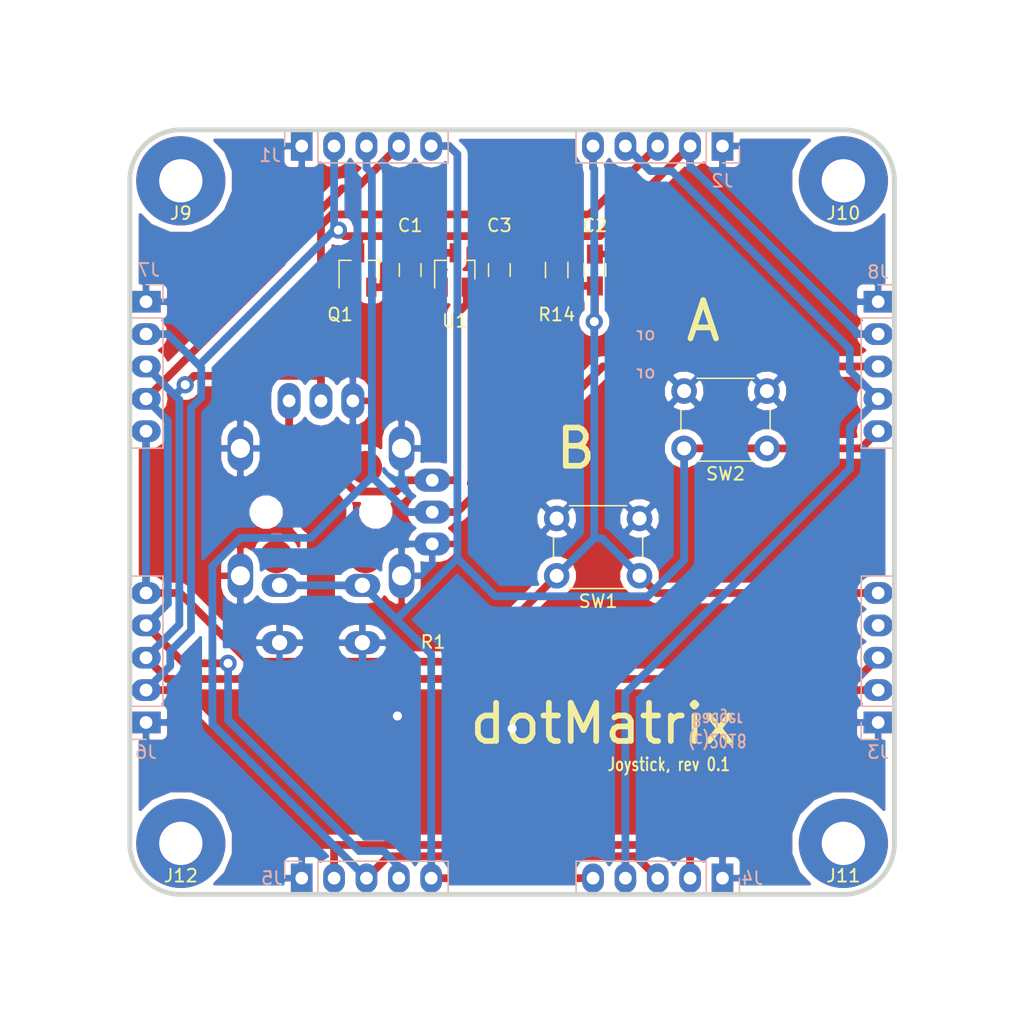
<source format=kicad_pcb>
(kicad_pcb (version 4) (host pcbnew 4.0.7-e2-6376~58~ubuntu16.04.1)

  (general
    (links 65)
    (no_connects 5)
    (area 69.809499 69.809499 130.190501 130.190501)
    (thickness 1.6002)
    (drawings 19)
    (tracks 160)
    (zones 0)
    (modules 21)
    (nets 15)
  )

  (page A4)
  (layers
    (0 Front signal)
    (31 Back signal)
    (32 B.Adhes user)
    (33 F.Adhes user)
    (34 B.Paste user)
    (35 F.Paste user)
    (36 B.SilkS user)
    (37 F.SilkS user)
    (38 B.Mask user)
    (39 F.Mask user)
    (40 Dwgs.User user)
    (41 Cmts.User user)
    (42 Eco1.User user)
    (43 Eco2.User user)
    (44 Edge.Cuts user)
  )

  (setup
    (last_trace_width 0.2032)
    (trace_clearance 0.2032)
    (zone_clearance 0.508)
    (zone_45_only yes)
    (trace_min 0.2032)
    (segment_width 0.381)
    (edge_width 0.381)
    (via_size 0.889)
    (via_drill 0.6096)
    (via_min_size 0.889)
    (via_min_drill 0.508)
    (uvia_size 0.889)
    (uvia_drill 0.6096)
    (uvias_allowed no)
    (uvia_min_size 0.508)
    (uvia_min_drill 0.127)
    (pcb_text_width 0.3048)
    (pcb_text_size 1.524 2.032)
    (mod_edge_width 0.381)
    (mod_text_size 1.524 1.524)
    (mod_text_width 0.3048)
    (pad_size 2.3 1.7)
    (pad_drill 1)
    (pad_to_mask_clearance 0.254)
    (aux_axis_origin 0 0)
    (visible_elements FFFFF7FF)
    (pcbplotparams
      (layerselection 0x010cc_80000001)
      (usegerberextensions false)
      (usegerberattributes true)
      (excludeedgelayer false)
      (linewidth 0.150000)
      (plotframeref false)
      (viasonmask false)
      (mode 1)
      (useauxorigin false)
      (hpglpennumber 1)
      (hpglpenspeed 20)
      (hpglpendiameter 15)
      (hpglpenoverlay 0)
      (psnegative false)
      (psa4output false)
      (plotreference true)
      (plotvalue true)
      (plotinvisibletext false)
      (padsonsilk false)
      (subtractmaskfromsilk false)
      (outputformat 1)
      (mirror false)
      (drillshape 0)
      (scaleselection 1)
      (outputdirectory fabricaton_jlcpcb/))
  )

  (net 0 "")
  (net 1 GND)
  (net 2 +5V)
  (net 3 +3V3)
  (net 4 VCC)
  (net 5 /I2C_SCL)
  (net 6 /I2C_SDA)
  (net 7 /BTN0)
  (net 8 /BTN1)
  (net 9 /AOUT1)
  (net 10 /AOUT0)
  (net 11 "Net-(J9-Pad1)")
  (net 12 "Net-(J10-Pad1)")
  (net 13 "Net-(J11-Pad1)")
  (net 14 "Net-(J12-Pad1)")

  (net_class Default "This is the default net class."
    (clearance 0.2032)
    (trace_width 0.2032)
    (via_dia 0.889)
    (via_drill 0.6096)
    (uvia_dia 0.889)
    (uvia_drill 0.6096)
  )

  (net_class led_power ""
    (clearance 0.2032)
    (trace_width 0.3048)
    (via_dia 0.889)
    (via_drill 0.6096)
    (uvia_dia 0.889)
    (uvia_drill 0.6096)
  )

  (net_class power ""
    (clearance 0.254)
    (trace_width 0.6096)
    (via_dia 1.3462)
    (via_drill 0.7112)
    (uvia_dia 0.9652)
    (uvia_drill 0.7112)
    (add_net +3V3)
    (add_net +5V)
    (add_net /AOUT0)
    (add_net /AOUT1)
    (add_net /BTN0)
    (add_net /BTN1)
    (add_net /I2C_SCL)
    (add_net /I2C_SDA)
    (add_net GND)
    (add_net "Net-(J10-Pad1)")
    (add_net "Net-(J11-Pad1)")
    (add_net "Net-(J12-Pad1)")
    (add_net "Net-(J9-Pad1)")
    (add_net VCC)
  )

  (module Capacitors_SMD:C_0805_HandSoldering (layer Front) (tedit 5BDDB4A2) (tstamp 5B7D9D9D)
    (at 92 81 270)
    (descr "Capacitor SMD 0805, hand soldering")
    (tags "capacitor 0805")
    (path /5BD5C3C9)
    (attr smd)
    (fp_text reference C1 (at -3.5 0 360) (layer F.SilkS)
      (effects (font (size 1 1) (thickness 0.15)))
    )
    (fp_text value 4u7 (at 0 1.75 270) (layer F.Fab)
      (effects (font (size 1 1) (thickness 0.15)))
    )
    (fp_text user %R (at 0 -1.75 270) (layer F.Fab)
      (effects (font (size 1 1) (thickness 0.15)))
    )
    (fp_line (start -1 0.62) (end -1 -0.62) (layer F.Fab) (width 0.1))
    (fp_line (start 1 0.62) (end -1 0.62) (layer F.Fab) (width 0.1))
    (fp_line (start 1 -0.62) (end 1 0.62) (layer F.Fab) (width 0.1))
    (fp_line (start -1 -0.62) (end 1 -0.62) (layer F.Fab) (width 0.1))
    (fp_line (start 0.5 -0.85) (end -0.5 -0.85) (layer F.SilkS) (width 0.12))
    (fp_line (start -0.5 0.85) (end 0.5 0.85) (layer F.SilkS) (width 0.12))
    (fp_line (start -2.25 -0.88) (end 2.25 -0.88) (layer F.CrtYd) (width 0.05))
    (fp_line (start -2.25 -0.88) (end -2.25 0.87) (layer F.CrtYd) (width 0.05))
    (fp_line (start 2.25 0.87) (end 2.25 -0.88) (layer F.CrtYd) (width 0.05))
    (fp_line (start 2.25 0.87) (end -2.25 0.87) (layer F.CrtYd) (width 0.05))
    (pad 1 smd rect (at -1.25 0 270) (size 1.5 1.25) (layers Front F.Paste F.Mask)
      (net 2 +5V))
    (pad 2 smd rect (at 1.25 0 270) (size 1.5 1.25) (layers Front F.Paste F.Mask)
      (net 1 GND))
    (model Capacitors_SMD.3dshapes/C_0805.wrl
      (at (xyz 0 0 0))
      (scale (xyz 1 1 1))
      (rotate (xyz 0 0 0))
    )
  )

  (module Capacitors_SMD:C_0805_HandSoldering (layer Front) (tedit 5BDDB4A4) (tstamp 5B7D9DA7)
    (at 99 81 90)
    (descr "Capacitor SMD 0805, hand soldering")
    (tags "capacitor 0805")
    (path /5BD5C62F)
    (attr smd)
    (fp_text reference C3 (at 3.5 0 180) (layer F.SilkS)
      (effects (font (size 1 1) (thickness 0.15)))
    )
    (fp_text value 4u7 (at 0 1.75 90) (layer F.Fab)
      (effects (font (size 1 1) (thickness 0.15)))
    )
    (fp_text user %R (at 0 -1.75 90) (layer F.Fab)
      (effects (font (size 1 1) (thickness 0.15)))
    )
    (fp_line (start -1 0.62) (end -1 -0.62) (layer F.Fab) (width 0.1))
    (fp_line (start 1 0.62) (end -1 0.62) (layer F.Fab) (width 0.1))
    (fp_line (start 1 -0.62) (end 1 0.62) (layer F.Fab) (width 0.1))
    (fp_line (start -1 -0.62) (end 1 -0.62) (layer F.Fab) (width 0.1))
    (fp_line (start 0.5 -0.85) (end -0.5 -0.85) (layer F.SilkS) (width 0.12))
    (fp_line (start -0.5 0.85) (end 0.5 0.85) (layer F.SilkS) (width 0.12))
    (fp_line (start -2.25 -0.88) (end 2.25 -0.88) (layer F.CrtYd) (width 0.05))
    (fp_line (start -2.25 -0.88) (end -2.25 0.87) (layer F.CrtYd) (width 0.05))
    (fp_line (start 2.25 0.87) (end 2.25 -0.88) (layer F.CrtYd) (width 0.05))
    (fp_line (start 2.25 0.87) (end -2.25 0.87) (layer F.CrtYd) (width 0.05))
    (pad 1 smd rect (at -1.25 0 90) (size 1.5 1.25) (layers Front F.Paste F.Mask)
      (net 3 +3V3))
    (pad 2 smd rect (at 1.25 0 90) (size 1.5 1.25) (layers Front F.Paste F.Mask)
      (net 1 GND))
    (model Capacitors_SMD.3dshapes/C_0805.wrl
      (at (xyz 0 0 0))
      (scale (xyz 1 1 1))
      (rotate (xyz 0 0 0))
    )
  )

  (module Capacitors_SMD:C_0805_HandSoldering (layer Front) (tedit 5BDDB4A7) (tstamp 5B894873)
    (at 106.5 81 270)
    (descr "Capacitor SMD 0805, hand soldering")
    (tags "capacitor 0805")
    (path /5B895B32)
    (attr smd)
    (fp_text reference C2 (at -3.5 0 360) (layer F.SilkS)
      (effects (font (size 1 1) (thickness 0.15)))
    )
    (fp_text value 100n (at 0 1.75 270) (layer F.Fab)
      (effects (font (size 1 1) (thickness 0.15)))
    )
    (fp_text user %R (at 0 -1.75 270) (layer F.Fab)
      (effects (font (size 1 1) (thickness 0.15)))
    )
    (fp_line (start -1 0.62) (end -1 -0.62) (layer F.Fab) (width 0.1))
    (fp_line (start 1 0.62) (end -1 0.62) (layer F.Fab) (width 0.1))
    (fp_line (start 1 -0.62) (end 1 0.62) (layer F.Fab) (width 0.1))
    (fp_line (start -1 -0.62) (end 1 -0.62) (layer F.Fab) (width 0.1))
    (fp_line (start 0.5 -0.85) (end -0.5 -0.85) (layer F.SilkS) (width 0.12))
    (fp_line (start -0.5 0.85) (end 0.5 0.85) (layer F.SilkS) (width 0.12))
    (fp_line (start -2.25 -0.88) (end 2.25 -0.88) (layer F.CrtYd) (width 0.05))
    (fp_line (start -2.25 -0.88) (end -2.25 0.87) (layer F.CrtYd) (width 0.05))
    (fp_line (start 2.25 0.87) (end 2.25 -0.88) (layer F.CrtYd) (width 0.05))
    (fp_line (start 2.25 0.87) (end -2.25 0.87) (layer F.CrtYd) (width 0.05))
    (pad 1 smd rect (at -1.25 0 270) (size 1.5 1.25) (layers Front F.Paste F.Mask)
      (net 1 GND))
    (pad 2 smd rect (at 1.25 0 270) (size 1.5 1.25) (layers Front F.Paste F.Mask)
      (net 8 /BTN1))
    (model Capacitors_SMD.3dshapes/C_0805.wrl
      (at (xyz 0 0 0))
      (scale (xyz 1 1 1))
      (rotate (xyz 0 0 0))
    )
  )

  (module Resistors_SMD:R_0805_HandSoldering (layer Front) (tedit 5BDDB49B) (tstamp 5B894892)
    (at 103.5 81 90)
    (descr "Resistor SMD 0805, hand soldering")
    (tags "resistor 0805")
    (path /5B896672)
    (attr smd)
    (fp_text reference R14 (at -3.5 0 180) (layer F.SilkS)
      (effects (font (size 1 1) (thickness 0.15)))
    )
    (fp_text value 220k (at 0 1.75 90) (layer F.Fab)
      (effects (font (size 1 1) (thickness 0.15)))
    )
    (fp_text user %R (at 0 0 90) (layer F.Fab)
      (effects (font (size 0.5 0.5) (thickness 0.075)))
    )
    (fp_line (start -1 0.62) (end -1 -0.62) (layer F.Fab) (width 0.1))
    (fp_line (start 1 0.62) (end -1 0.62) (layer F.Fab) (width 0.1))
    (fp_line (start 1 -0.62) (end 1 0.62) (layer F.Fab) (width 0.1))
    (fp_line (start -1 -0.62) (end 1 -0.62) (layer F.Fab) (width 0.1))
    (fp_line (start 0.6 0.88) (end -0.6 0.88) (layer F.SilkS) (width 0.12))
    (fp_line (start -0.6 -0.88) (end 0.6 -0.88) (layer F.SilkS) (width 0.12))
    (fp_line (start -2.35 -0.9) (end 2.35 -0.9) (layer F.CrtYd) (width 0.05))
    (fp_line (start -2.35 -0.9) (end -2.35 0.9) (layer F.CrtYd) (width 0.05))
    (fp_line (start 2.35 0.9) (end 2.35 -0.9) (layer F.CrtYd) (width 0.05))
    (fp_line (start 2.35 0.9) (end -2.35 0.9) (layer F.CrtYd) (width 0.05))
    (pad 1 smd rect (at -1.35 0 90) (size 1.5 1.3) (layers Front F.Paste F.Mask)
      (net 3 +3V3))
    (pad 2 smd rect (at 1.35 0 90) (size 1.5 1.3) (layers Front F.Paste F.Mask)
      (net 8 /BTN1))
    (model ${KISYS3DMOD}/Resistors_SMD.3dshapes/R_0805.wrl
      (at (xyz 0 0 0))
      (scale (xyz 1 1 1))
      (rotate (xyz 0 0 0))
    )
  )

  (module kicad_libraries_new:badger_SOT-23_handsolder (layer Front) (tedit 5BDDB492) (tstamp 5BD37BDD)
    (at 95.5 81 90)
    (descr "SOT-23, Standard")
    (tags SOT-23)
    (path /5B8162CA)
    (attr smd)
    (fp_text reference U1 (at -4 0 180) (layer F.SilkS)
      (effects (font (size 1 1) (thickness 0.15)))
    )
    (fp_text value DS9166A-23 (at 0 2.5 90) (layer F.Fab)
      (effects (font (size 1 1) (thickness 0.15)))
    )
    (fp_text user %R (at 0 0 180) (layer F.Fab)
      (effects (font (size 0.5 0.5) (thickness 0.075)))
    )
    (fp_line (start -0.7 -0.95) (end -0.7 1.5) (layer F.Fab) (width 0.1))
    (fp_line (start -0.15 -1.52) (end 0.7 -1.52) (layer F.Fab) (width 0.1))
    (fp_line (start -0.7 -0.95) (end -0.15 -1.52) (layer F.Fab) (width 0.1))
    (fp_line (start 0.7 -1.52) (end 0.7 1.52) (layer F.Fab) (width 0.1))
    (fp_line (start -0.7 1.52) (end 0.7 1.52) (layer F.Fab) (width 0.1))
    (fp_line (start 0.76 1.58) (end 0.76 0.65) (layer F.SilkS) (width 0.12))
    (fp_line (start 0.76 -1.58) (end 0.76 -0.65) (layer F.SilkS) (width 0.12))
    (fp_line (start -1.7 -1.75) (end 1.7 -1.75) (layer F.CrtYd) (width 0.05))
    (fp_line (start 1.7 -1.75) (end 1.7 1.75) (layer F.CrtYd) (width 0.05))
    (fp_line (start 1.7 1.75) (end -1.7 1.75) (layer F.CrtYd) (width 0.05))
    (fp_line (start -1.7 1.75) (end -1.7 -1.75) (layer F.CrtYd) (width 0.05))
    (fp_line (start 0.76 -1.58) (end -1.4 -1.58) (layer F.SilkS) (width 0.12))
    (fp_line (start 0.76 1.58) (end -0.7 1.58) (layer F.SilkS) (width 0.12))
    (pad 1 smd rect (at -1.35 -0.95 90) (size 1.5 0.8) (layers Front F.Paste F.Mask)
      (net 1 GND))
    (pad 2 smd rect (at -1.35 0.95 90) (size 1.5 0.8) (layers Front F.Paste F.Mask)
      (net 3 +3V3))
    (pad 3 smd rect (at 1.35 0 90) (size 1.5 0.8) (layers Front F.Paste F.Mask)
      (net 2 +5V))
    (model ${KISYS3DMOD}/TO_SOT_Packages_SMD.3dshapes/SOT-23.wrl
      (at (xyz 0 0 0))
      (scale (xyz 1 1 1))
      (rotate (xyz 0 0 0))
    )
  )

  (module kicad_libraries_new:badger_Pin_Hdr_1x05_2.54mm_handsolder (layer Back) (tedit 5BD4CB99) (tstamp 5BD38C7C)
    (at 83.49 71.27 270)
    (descr "Through hole straight pin header, 1x05, 2.54mm pitch, single row")
    (tags "Through hole pin header THT 1x05 2.54mm single row")
    (path /5BDF05E4)
    (fp_text reference J1 (at 0.73 2.49 360) (layer B.SilkS)
      (effects (font (size 1 1) (thickness 0.15)) (justify mirror))
    )
    (fp_text value Conn_01x05 (at 0 -12.49 270) (layer B.Fab)
      (effects (font (size 1 1) (thickness 0.15)) (justify mirror))
    )
    (fp_line (start -0.635 1.27) (end 1.27 1.27) (layer B.Fab) (width 0.1))
    (fp_line (start 1.27 1.27) (end 1.27 -11.43) (layer B.Fab) (width 0.1))
    (fp_line (start 1.27 -11.43) (end -1.27 -11.43) (layer B.Fab) (width 0.1))
    (fp_line (start -1.27 -11.43) (end -1.27 0.635) (layer B.Fab) (width 0.1))
    (fp_line (start -1.27 0.635) (end -0.635 1.27) (layer B.Fab) (width 0.1))
    (fp_line (start -1.33 -11.49) (end 1.33 -11.49) (layer B.SilkS) (width 0.12))
    (fp_line (start -1.33 -1.27) (end -1.33 -11.49) (layer B.SilkS) (width 0.12))
    (fp_line (start 1.33 -1.27) (end 1.33 -11.49) (layer B.SilkS) (width 0.12))
    (fp_line (start -1.33 -1.27) (end 1.33 -1.27) (layer B.SilkS) (width 0.12))
    (fp_line (start -1.33 0) (end -1.33 1.33) (layer B.SilkS) (width 0.12))
    (fp_line (start -1.33 1.33) (end 0 1.33) (layer B.SilkS) (width 0.12))
    (fp_line (start -1.8 1.8) (end -1.8 -11.95) (layer B.CrtYd) (width 0.05))
    (fp_line (start -1.8 -11.95) (end 1.8 -11.95) (layer B.CrtYd) (width 0.05))
    (fp_line (start 1.8 -11.95) (end 1.8 1.8) (layer B.CrtYd) (width 0.05))
    (fp_line (start 1.8 1.8) (end -1.8 1.8) (layer B.CrtYd) (width 0.05))
    (fp_text user %R (at 0 -5.08 540) (layer B.Fab)
      (effects (font (size 1 1) (thickness 0.15)) (justify mirror))
    )
    (pad 1 thru_hole rect (at 0 0 270) (size 2.3 1.7) (drill 1) (layers *.Cu *.Mask)
      (net 1 GND))
    (pad 2 thru_hole oval (at 0 -2.54 270) (size 2.3 1.7) (drill 1) (layers *.Cu *.Mask)
      (net 4 VCC))
    (pad 3 thru_hole oval (at 0 -5.08 270) (size 2.3 1.7) (drill 1) (layers *.Cu *.Mask)
      (net 9 /AOUT1))
    (pad 4 thru_hole oval (at 0 -7.62 270) (size 2.3 1.7) (drill 1) (layers *.Cu *.Mask)
      (net 5 /I2C_SCL))
    (pad 5 thru_hole oval (at 0 -10.16 270) (size 2.3 1.7) (drill 1) (layers *.Cu *.Mask)
      (net 7 /BTN0))
    (model ${KISYS3DMOD}/Pin_Headers.3dshapes/Pin_Header_Straight_1x05_Pitch2.54mm.wrl
      (at (xyz 0 0 0))
      (scale (xyz 1 1 1))
      (rotate (xyz 0 0 0))
    )
  )

  (module kicad_libraries_new:badger_Pin_Hdr_1x05_2.54mm_handsolder (layer Back) (tedit 5BD4CB9E) (tstamp 5BD38C84)
    (at 116.51 71.27 90)
    (descr "Through hole straight pin header, 1x05, 2.54mm pitch, single row")
    (tags "Through hole pin header THT 1x05 2.54mm single row")
    (path /5BDF05DD)
    (fp_text reference J2 (at -2.73 -0.01 180) (layer B.SilkS)
      (effects (font (size 1 1) (thickness 0.15)) (justify mirror))
    )
    (fp_text value Conn_01x05 (at 0 -12.49 90) (layer B.Fab)
      (effects (font (size 1 1) (thickness 0.15)) (justify mirror))
    )
    (fp_line (start -0.635 1.27) (end 1.27 1.27) (layer B.Fab) (width 0.1))
    (fp_line (start 1.27 1.27) (end 1.27 -11.43) (layer B.Fab) (width 0.1))
    (fp_line (start 1.27 -11.43) (end -1.27 -11.43) (layer B.Fab) (width 0.1))
    (fp_line (start -1.27 -11.43) (end -1.27 0.635) (layer B.Fab) (width 0.1))
    (fp_line (start -1.27 0.635) (end -0.635 1.27) (layer B.Fab) (width 0.1))
    (fp_line (start -1.33 -11.49) (end 1.33 -11.49) (layer B.SilkS) (width 0.12))
    (fp_line (start -1.33 -1.27) (end -1.33 -11.49) (layer B.SilkS) (width 0.12))
    (fp_line (start 1.33 -1.27) (end 1.33 -11.49) (layer B.SilkS) (width 0.12))
    (fp_line (start -1.33 -1.27) (end 1.33 -1.27) (layer B.SilkS) (width 0.12))
    (fp_line (start -1.33 0) (end -1.33 1.33) (layer B.SilkS) (width 0.12))
    (fp_line (start -1.33 1.33) (end 0 1.33) (layer B.SilkS) (width 0.12))
    (fp_line (start -1.8 1.8) (end -1.8 -11.95) (layer B.CrtYd) (width 0.05))
    (fp_line (start -1.8 -11.95) (end 1.8 -11.95) (layer B.CrtYd) (width 0.05))
    (fp_line (start 1.8 -11.95) (end 1.8 1.8) (layer B.CrtYd) (width 0.05))
    (fp_line (start 1.8 1.8) (end -1.8 1.8) (layer B.CrtYd) (width 0.05))
    (fp_text user %R (at 0 -5.08 360) (layer B.Fab)
      (effects (font (size 1 1) (thickness 0.15)) (justify mirror))
    )
    (pad 1 thru_hole rect (at 0 0 90) (size 2.3 1.7) (drill 1) (layers *.Cu *.Mask)
      (net 1 GND))
    (pad 2 thru_hole oval (at 0 -2.54 90) (size 2.3 1.7) (drill 1) (layers *.Cu *.Mask)
      (net 4 VCC))
    (pad 3 thru_hole oval (at 0 -5.08 90) (size 2.3 1.7) (drill 1) (layers *.Cu *.Mask)
      (net 10 /AOUT0))
    (pad 4 thru_hole oval (at 0 -7.62 90) (size 2.3 1.7) (drill 1) (layers *.Cu *.Mask)
      (net 6 /I2C_SDA))
    (pad 5 thru_hole oval (at 0 -10.16 90) (size 2.3 1.7) (drill 1) (layers *.Cu *.Mask)
      (net 8 /BTN1))
    (model ${KISYS3DMOD}/Pin_Headers.3dshapes/Pin_Header_Straight_1x05_Pitch2.54mm.wrl
      (at (xyz 0 0 0))
      (scale (xyz 1 1 1))
      (rotate (xyz 0 0 0))
    )
  )

  (module kicad_libraries_new:badger_Pin_Hdr_1x05_2.54mm_handsolder (layer Back) (tedit 5BD4CBA9) (tstamp 5BD38C8C)
    (at 116.51 128.73 90)
    (descr "Through hole straight pin header, 1x05, 2.54mm pitch, single row")
    (tags "Through hole pin header THT 1x05 2.54mm single row")
    (path /5BDF05A5)
    (fp_text reference J4 (at 0 2.33 180) (layer B.SilkS)
      (effects (font (size 1 1) (thickness 0.15)) (justify mirror))
    )
    (fp_text value Conn_01x05 (at 0 -12.49 90) (layer B.Fab)
      (effects (font (size 1 1) (thickness 0.15)) (justify mirror))
    )
    (fp_line (start -0.635 1.27) (end 1.27 1.27) (layer B.Fab) (width 0.1))
    (fp_line (start 1.27 1.27) (end 1.27 -11.43) (layer B.Fab) (width 0.1))
    (fp_line (start 1.27 -11.43) (end -1.27 -11.43) (layer B.Fab) (width 0.1))
    (fp_line (start -1.27 -11.43) (end -1.27 0.635) (layer B.Fab) (width 0.1))
    (fp_line (start -1.27 0.635) (end -0.635 1.27) (layer B.Fab) (width 0.1))
    (fp_line (start -1.33 -11.49) (end 1.33 -11.49) (layer B.SilkS) (width 0.12))
    (fp_line (start -1.33 -1.27) (end -1.33 -11.49) (layer B.SilkS) (width 0.12))
    (fp_line (start 1.33 -1.27) (end 1.33 -11.49) (layer B.SilkS) (width 0.12))
    (fp_line (start -1.33 -1.27) (end 1.33 -1.27) (layer B.SilkS) (width 0.12))
    (fp_line (start -1.33 0) (end -1.33 1.33) (layer B.SilkS) (width 0.12))
    (fp_line (start -1.33 1.33) (end 0 1.33) (layer B.SilkS) (width 0.12))
    (fp_line (start -1.8 1.8) (end -1.8 -11.95) (layer B.CrtYd) (width 0.05))
    (fp_line (start -1.8 -11.95) (end 1.8 -11.95) (layer B.CrtYd) (width 0.05))
    (fp_line (start 1.8 -11.95) (end 1.8 1.8) (layer B.CrtYd) (width 0.05))
    (fp_line (start 1.8 1.8) (end -1.8 1.8) (layer B.CrtYd) (width 0.05))
    (fp_text user %R (at 0 -5.08 360) (layer B.Fab)
      (effects (font (size 1 1) (thickness 0.15)) (justify mirror))
    )
    (pad 1 thru_hole rect (at 0 0 90) (size 2.3 1.7) (drill 1) (layers *.Cu *.Mask)
      (net 1 GND))
    (pad 2 thru_hole oval (at 0 -2.54 90) (size 2.3 1.7) (drill 1) (layers *.Cu *.Mask)
      (net 4 VCC))
    (pad 3 thru_hole oval (at 0 -5.08 90) (size 2.3 1.7) (drill 1) (layers *.Cu *.Mask)
      (net 9 /AOUT1))
    (pad 4 thru_hole oval (at 0 -7.62 90) (size 2.3 1.7) (drill 1) (layers *.Cu *.Mask)
      (net 6 /I2C_SDA))
    (pad 5 thru_hole oval (at 0 -10.16 90) (size 2.3 1.7) (drill 1) (layers *.Cu *.Mask)
      (net 7 /BTN0))
    (model ${KISYS3DMOD}/Pin_Headers.3dshapes/Pin_Header_Straight_1x05_Pitch2.54mm.wrl
      (at (xyz 0 0 0))
      (scale (xyz 1 1 1))
      (rotate (xyz 0 0 0))
    )
  )

  (module kicad_libraries_new:badger_Pin_Hdr_1x05_2.54mm_handsolder (layer Back) (tedit 5BD4CBAE) (tstamp 5BD38C94)
    (at 83.49 128.73 270)
    (descr "Through hole straight pin header, 1x05, 2.54mm pitch, single row")
    (tags "Through hole pin header THT 1x05 2.54mm single row")
    (path /5BDF058C)
    (fp_text reference J5 (at 0 2.33 360) (layer B.SilkS)
      (effects (font (size 1 1) (thickness 0.15)) (justify mirror))
    )
    (fp_text value Conn_01x05 (at 0 -12.49 270) (layer B.Fab)
      (effects (font (size 1 1) (thickness 0.15)) (justify mirror))
    )
    (fp_line (start -0.635 1.27) (end 1.27 1.27) (layer B.Fab) (width 0.1))
    (fp_line (start 1.27 1.27) (end 1.27 -11.43) (layer B.Fab) (width 0.1))
    (fp_line (start 1.27 -11.43) (end -1.27 -11.43) (layer B.Fab) (width 0.1))
    (fp_line (start -1.27 -11.43) (end -1.27 0.635) (layer B.Fab) (width 0.1))
    (fp_line (start -1.27 0.635) (end -0.635 1.27) (layer B.Fab) (width 0.1))
    (fp_line (start -1.33 -11.49) (end 1.33 -11.49) (layer B.SilkS) (width 0.12))
    (fp_line (start -1.33 -1.27) (end -1.33 -11.49) (layer B.SilkS) (width 0.12))
    (fp_line (start 1.33 -1.27) (end 1.33 -11.49) (layer B.SilkS) (width 0.12))
    (fp_line (start -1.33 -1.27) (end 1.33 -1.27) (layer B.SilkS) (width 0.12))
    (fp_line (start -1.33 0) (end -1.33 1.33) (layer B.SilkS) (width 0.12))
    (fp_line (start -1.33 1.33) (end 0 1.33) (layer B.SilkS) (width 0.12))
    (fp_line (start -1.8 1.8) (end -1.8 -11.95) (layer B.CrtYd) (width 0.05))
    (fp_line (start -1.8 -11.95) (end 1.8 -11.95) (layer B.CrtYd) (width 0.05))
    (fp_line (start 1.8 -11.95) (end 1.8 1.8) (layer B.CrtYd) (width 0.05))
    (fp_line (start 1.8 1.8) (end -1.8 1.8) (layer B.CrtYd) (width 0.05))
    (fp_text user %R (at 0 -5.08 540) (layer B.Fab)
      (effects (font (size 1 1) (thickness 0.15)) (justify mirror))
    )
    (pad 1 thru_hole rect (at 0 0 270) (size 2.3 1.7) (drill 1) (layers *.Cu *.Mask)
      (net 1 GND))
    (pad 2 thru_hole oval (at 0 -2.54 270) (size 2.3 1.7) (drill 1) (layers *.Cu *.Mask)
      (net 4 VCC))
    (pad 3 thru_hole oval (at 0 -5.08 270) (size 2.3 1.7) (drill 1) (layers *.Cu *.Mask)
      (net 9 /AOUT1))
    (pad 4 thru_hole oval (at 0 -7.62 270) (size 2.3 1.7) (drill 1) (layers *.Cu *.Mask)
      (net 5 /I2C_SCL))
    (pad 5 thru_hole oval (at 0 -10.16 270) (size 2.3 1.7) (drill 1) (layers *.Cu *.Mask)
      (net 7 /BTN0))
    (model ${KISYS3DMOD}/Pin_Headers.3dshapes/Pin_Header_Straight_1x05_Pitch2.54mm.wrl
      (at (xyz 0 0 0))
      (scale (xyz 1 1 1))
      (rotate (xyz 0 0 0))
    )
  )

  (module kicad_libraries_new:badger_Pin_Hdr_1x05_2.54mm_handsolder (layer Back) (tedit 5BD382F7) (tstamp 5BD38C9C)
    (at 71.27 116.51)
    (descr "Through hole straight pin header, 1x05, 2.54mm pitch, single row")
    (tags "Through hole pin header THT 1x05 2.54mm single row")
    (path /5BDF05AC)
    (fp_text reference J6 (at 0 2.33) (layer B.SilkS)
      (effects (font (size 1 1) (thickness 0.15)) (justify mirror))
    )
    (fp_text value Conn_01x05 (at 0 -12.49) (layer B.Fab)
      (effects (font (size 1 1) (thickness 0.15)) (justify mirror))
    )
    (fp_line (start -0.635 1.27) (end 1.27 1.27) (layer B.Fab) (width 0.1))
    (fp_line (start 1.27 1.27) (end 1.27 -11.43) (layer B.Fab) (width 0.1))
    (fp_line (start 1.27 -11.43) (end -1.27 -11.43) (layer B.Fab) (width 0.1))
    (fp_line (start -1.27 -11.43) (end -1.27 0.635) (layer B.Fab) (width 0.1))
    (fp_line (start -1.27 0.635) (end -0.635 1.27) (layer B.Fab) (width 0.1))
    (fp_line (start -1.33 -11.49) (end 1.33 -11.49) (layer B.SilkS) (width 0.12))
    (fp_line (start -1.33 -1.27) (end -1.33 -11.49) (layer B.SilkS) (width 0.12))
    (fp_line (start 1.33 -1.27) (end 1.33 -11.49) (layer B.SilkS) (width 0.12))
    (fp_line (start -1.33 -1.27) (end 1.33 -1.27) (layer B.SilkS) (width 0.12))
    (fp_line (start -1.33 0) (end -1.33 1.33) (layer B.SilkS) (width 0.12))
    (fp_line (start -1.33 1.33) (end 0 1.33) (layer B.SilkS) (width 0.12))
    (fp_line (start -1.8 1.8) (end -1.8 -11.95) (layer B.CrtYd) (width 0.05))
    (fp_line (start -1.8 -11.95) (end 1.8 -11.95) (layer B.CrtYd) (width 0.05))
    (fp_line (start 1.8 -11.95) (end 1.8 1.8) (layer B.CrtYd) (width 0.05))
    (fp_line (start 1.8 1.8) (end -1.8 1.8) (layer B.CrtYd) (width 0.05))
    (fp_text user %R (at 0 -5.08 270) (layer B.Fab)
      (effects (font (size 1 1) (thickness 0.15)) (justify mirror))
    )
    (pad 1 thru_hole rect (at 0 0) (size 2.3 1.7) (drill 1) (layers *.Cu *.Mask)
      (net 1 GND))
    (pad 2 thru_hole oval (at 0 -2.54) (size 2.3 1.7) (drill 1) (layers *.Cu *.Mask)
      (net 4 VCC))
    (pad 3 thru_hole oval (at 0 -5.08) (size 2.3 1.7) (drill 1) (layers *.Cu *.Mask)
      (net 10 /AOUT0))
    (pad 4 thru_hole oval (at 0 -7.62) (size 2.3 1.7) (drill 1) (layers *.Cu *.Mask)
      (net 5 /I2C_SCL))
    (pad 5 thru_hole oval (at 0 -10.16) (size 2.3 1.7) (drill 1) (layers *.Cu *.Mask)
      (net 8 /BTN1))
    (model ${KISYS3DMOD}/Pin_Headers.3dshapes/Pin_Header_Straight_1x05_Pitch2.54mm.wrl
      (at (xyz 0 0 0))
      (scale (xyz 1 1 1))
      (rotate (xyz 0 0 0))
    )
  )

  (module kicad_libraries_new:badger_Pin_Hdr_1x05_2.54mm_handsolder (layer Back) (tedit 5BD4CB92) (tstamp 5BD38CA4)
    (at 71.27 83.49 180)
    (descr "Through hole straight pin header, 1x05, 2.54mm pitch, single row")
    (tags "Through hole pin header THT 1x05 2.54mm single row")
    (path /5BDF05D6)
    (fp_text reference J7 (at -0.23 2.49 180) (layer B.SilkS)
      (effects (font (size 1 1) (thickness 0.15)) (justify mirror))
    )
    (fp_text value Conn_01x05 (at 0 -12.49 180) (layer B.Fab)
      (effects (font (size 1 1) (thickness 0.15)) (justify mirror))
    )
    (fp_line (start -0.635 1.27) (end 1.27 1.27) (layer B.Fab) (width 0.1))
    (fp_line (start 1.27 1.27) (end 1.27 -11.43) (layer B.Fab) (width 0.1))
    (fp_line (start 1.27 -11.43) (end -1.27 -11.43) (layer B.Fab) (width 0.1))
    (fp_line (start -1.27 -11.43) (end -1.27 0.635) (layer B.Fab) (width 0.1))
    (fp_line (start -1.27 0.635) (end -0.635 1.27) (layer B.Fab) (width 0.1))
    (fp_line (start -1.33 -11.49) (end 1.33 -11.49) (layer B.SilkS) (width 0.12))
    (fp_line (start -1.33 -1.27) (end -1.33 -11.49) (layer B.SilkS) (width 0.12))
    (fp_line (start 1.33 -1.27) (end 1.33 -11.49) (layer B.SilkS) (width 0.12))
    (fp_line (start -1.33 -1.27) (end 1.33 -1.27) (layer B.SilkS) (width 0.12))
    (fp_line (start -1.33 0) (end -1.33 1.33) (layer B.SilkS) (width 0.12))
    (fp_line (start -1.33 1.33) (end 0 1.33) (layer B.SilkS) (width 0.12))
    (fp_line (start -1.8 1.8) (end -1.8 -11.95) (layer B.CrtYd) (width 0.05))
    (fp_line (start -1.8 -11.95) (end 1.8 -11.95) (layer B.CrtYd) (width 0.05))
    (fp_line (start 1.8 -11.95) (end 1.8 1.8) (layer B.CrtYd) (width 0.05))
    (fp_line (start 1.8 1.8) (end -1.8 1.8) (layer B.CrtYd) (width 0.05))
    (fp_text user %R (at 0 -5.08 450) (layer B.Fab)
      (effects (font (size 1 1) (thickness 0.15)) (justify mirror))
    )
    (pad 1 thru_hole rect (at 0 0 180) (size 2.3 1.7) (drill 1) (layers *.Cu *.Mask)
      (net 1 GND))
    (pad 2 thru_hole oval (at 0 -2.54 180) (size 2.3 1.7) (drill 1) (layers *.Cu *.Mask)
      (net 4 VCC))
    (pad 3 thru_hole oval (at 0 -5.08 180) (size 2.3 1.7) (drill 1) (layers *.Cu *.Mask)
      (net 10 /AOUT0))
    (pad 4 thru_hole oval (at 0 -7.62 180) (size 2.3 1.7) (drill 1) (layers *.Cu *.Mask)
      (net 5 /I2C_SCL))
    (pad 5 thru_hole oval (at 0 -10.16 180) (size 2.3 1.7) (drill 1) (layers *.Cu *.Mask)
      (net 8 /BTN1))
    (model ${KISYS3DMOD}/Pin_Headers.3dshapes/Pin_Header_Straight_1x05_Pitch2.54mm.wrl
      (at (xyz 0 0 0))
      (scale (xyz 1 1 1))
      (rotate (xyz 0 0 0))
    )
  )

  (module kicad_libraries_new:badger_Pin_Hdr_1x05_2.54mm_handsolder (layer Back) (tedit 5BD382F7) (tstamp 5BD38CAC)
    (at 128.73 83.49 180)
    (descr "Through hole straight pin header, 1x05, 2.54mm pitch, single row")
    (tags "Through hole pin header THT 1x05 2.54mm single row")
    (path /5BDF05CF)
    (fp_text reference J8 (at 0 2.33 180) (layer B.SilkS)
      (effects (font (size 1 1) (thickness 0.15)) (justify mirror))
    )
    (fp_text value Conn_01x05 (at 0 -12.49 180) (layer B.Fab)
      (effects (font (size 1 1) (thickness 0.15)) (justify mirror))
    )
    (fp_line (start -0.635 1.27) (end 1.27 1.27) (layer B.Fab) (width 0.1))
    (fp_line (start 1.27 1.27) (end 1.27 -11.43) (layer B.Fab) (width 0.1))
    (fp_line (start 1.27 -11.43) (end -1.27 -11.43) (layer B.Fab) (width 0.1))
    (fp_line (start -1.27 -11.43) (end -1.27 0.635) (layer B.Fab) (width 0.1))
    (fp_line (start -1.27 0.635) (end -0.635 1.27) (layer B.Fab) (width 0.1))
    (fp_line (start -1.33 -11.49) (end 1.33 -11.49) (layer B.SilkS) (width 0.12))
    (fp_line (start -1.33 -1.27) (end -1.33 -11.49) (layer B.SilkS) (width 0.12))
    (fp_line (start 1.33 -1.27) (end 1.33 -11.49) (layer B.SilkS) (width 0.12))
    (fp_line (start -1.33 -1.27) (end 1.33 -1.27) (layer B.SilkS) (width 0.12))
    (fp_line (start -1.33 0) (end -1.33 1.33) (layer B.SilkS) (width 0.12))
    (fp_line (start -1.33 1.33) (end 0 1.33) (layer B.SilkS) (width 0.12))
    (fp_line (start -1.8 1.8) (end -1.8 -11.95) (layer B.CrtYd) (width 0.05))
    (fp_line (start -1.8 -11.95) (end 1.8 -11.95) (layer B.CrtYd) (width 0.05))
    (fp_line (start 1.8 -11.95) (end 1.8 1.8) (layer B.CrtYd) (width 0.05))
    (fp_line (start 1.8 1.8) (end -1.8 1.8) (layer B.CrtYd) (width 0.05))
    (fp_text user %R (at 0 -5.08 450) (layer B.Fab)
      (effects (font (size 1 1) (thickness 0.15)) (justify mirror))
    )
    (pad 1 thru_hole rect (at 0 0 180) (size 2.3 1.7) (drill 1) (layers *.Cu *.Mask)
      (net 1 GND))
    (pad 2 thru_hole oval (at 0 -2.54 180) (size 2.3 1.7) (drill 1) (layers *.Cu *.Mask)
      (net 4 VCC))
    (pad 3 thru_hole oval (at 0 -5.08 180) (size 2.3 1.7) (drill 1) (layers *.Cu *.Mask)
      (net 9 /AOUT1))
    (pad 4 thru_hole oval (at 0 -7.62 180) (size 2.3 1.7) (drill 1) (layers *.Cu *.Mask)
      (net 6 /I2C_SDA))
    (pad 5 thru_hole oval (at 0 -10.16 180) (size 2.3 1.7) (drill 1) (layers *.Cu *.Mask)
      (net 7 /BTN0))
    (model ${KISYS3DMOD}/Pin_Headers.3dshapes/Pin_Header_Straight_1x05_Pitch2.54mm.wrl
      (at (xyz 0 0 0))
      (scale (xyz 1 1 1))
      (rotate (xyz 0 0 0))
    )
  )

  (module kicad_libraries_new:badger_SOT-23_handsolder (layer Front) (tedit 5BDDB48C) (tstamp 5BDA12AE)
    (at 88 81 90)
    (descr "SOT-23, Standard")
    (tags SOT-23)
    (path /5BDF097C)
    (attr smd)
    (fp_text reference Q1 (at -3.5 -1.5 180) (layer F.SilkS)
      (effects (font (size 1 1) (thickness 0.15)))
    )
    (fp_text value IRLML6402 (at 0 2.5 90) (layer F.Fab)
      (effects (font (size 1 1) (thickness 0.15)))
    )
    (fp_text user %R (at 0 0 180) (layer F.Fab)
      (effects (font (size 0.5 0.5) (thickness 0.075)))
    )
    (fp_line (start -0.7 -0.95) (end -0.7 1.5) (layer F.Fab) (width 0.1))
    (fp_line (start -0.15 -1.52) (end 0.7 -1.52) (layer F.Fab) (width 0.1))
    (fp_line (start -0.7 -0.95) (end -0.15 -1.52) (layer F.Fab) (width 0.1))
    (fp_line (start 0.7 -1.52) (end 0.7 1.52) (layer F.Fab) (width 0.1))
    (fp_line (start -0.7 1.52) (end 0.7 1.52) (layer F.Fab) (width 0.1))
    (fp_line (start 0.76 1.58) (end 0.76 0.65) (layer F.SilkS) (width 0.12))
    (fp_line (start 0.76 -1.58) (end 0.76 -0.65) (layer F.SilkS) (width 0.12))
    (fp_line (start -1.7 -1.75) (end 1.7 -1.75) (layer F.CrtYd) (width 0.05))
    (fp_line (start 1.7 -1.75) (end 1.7 1.75) (layer F.CrtYd) (width 0.05))
    (fp_line (start 1.7 1.75) (end -1.7 1.75) (layer F.CrtYd) (width 0.05))
    (fp_line (start -1.7 1.75) (end -1.7 -1.75) (layer F.CrtYd) (width 0.05))
    (fp_line (start 0.76 -1.58) (end -1.4 -1.58) (layer F.SilkS) (width 0.12))
    (fp_line (start 0.76 1.58) (end -0.7 1.58) (layer F.SilkS) (width 0.12))
    (pad 1 smd rect (at -1.35 -0.95 90) (size 1.5 0.8) (layers Front F.Paste F.Mask)
      (net 1 GND))
    (pad 2 smd rect (at -1.35 0.95 90) (size 1.5 0.8) (layers Front F.Paste F.Mask)
      (net 2 +5V))
    (pad 3 smd rect (at 1.35 0 90) (size 1.5 0.8) (layers Front F.Paste F.Mask)
      (net 4 VCC))
    (model ${KISYS3DMOD}/TO_SOT_Packages_SMD.3dshapes/SOT-23.wrl
      (at (xyz 0 0 0))
      (scale (xyz 1 1 1))
      (rotate (xyz 0 0 0))
    )
  )

  (module kicad_libraries_new:badger_Pin_Hdr_1x05_2.54mm_handsolder (layer Back) (tedit 5BDDB132) (tstamp 5BDDB113)
    (at 128.73 116.51)
    (descr "Through hole straight pin header, 1x05, 2.54mm pitch, single row")
    (tags "Through hole pin header THT 1x05 2.54mm single row")
    (path /5BDF0585)
    (fp_text reference J3 (at 0 2.33) (layer B.SilkS)
      (effects (font (size 1 1) (thickness 0.15)) (justify mirror))
    )
    (fp_text value Conn_01x05 (at 0 -12.49) (layer B.Fab)
      (effects (font (size 1 1) (thickness 0.15)) (justify mirror))
    )
    (fp_line (start -0.635 1.27) (end 1.27 1.27) (layer B.Fab) (width 0.1))
    (fp_line (start 1.27 1.27) (end 1.27 -11.43) (layer B.Fab) (width 0.1))
    (fp_line (start 1.27 -11.43) (end -1.27 -11.43) (layer B.Fab) (width 0.1))
    (fp_line (start -1.27 -11.43) (end -1.27 0.635) (layer B.Fab) (width 0.1))
    (fp_line (start -1.27 0.635) (end -0.635 1.27) (layer B.Fab) (width 0.1))
    (fp_line (start -1.33 -11.49) (end 1.33 -11.49) (layer B.SilkS) (width 0.12))
    (fp_line (start -1.33 -1.27) (end -1.33 -11.49) (layer B.SilkS) (width 0.12))
    (fp_line (start 1.33 -1.27) (end 1.33 -11.49) (layer B.SilkS) (width 0.12))
    (fp_line (start -1.33 -1.27) (end 1.33 -1.27) (layer B.SilkS) (width 0.12))
    (fp_line (start -1.33 0) (end -1.33 1.33) (layer B.SilkS) (width 0.12))
    (fp_line (start -1.33 1.33) (end 0 1.33) (layer B.SilkS) (width 0.12))
    (fp_line (start -1.8 1.8) (end -1.8 -11.95) (layer B.CrtYd) (width 0.05))
    (fp_line (start -1.8 -11.95) (end 1.8 -11.95) (layer B.CrtYd) (width 0.05))
    (fp_line (start 1.8 -11.95) (end 1.8 1.8) (layer B.CrtYd) (width 0.05))
    (fp_line (start 1.8 1.8) (end -1.8 1.8) (layer B.CrtYd) (width 0.05))
    (fp_text user %R (at 0 -5.08 270) (layer B.Fab)
      (effects (font (size 1 1) (thickness 0.15)) (justify mirror))
    )
    (pad 1 thru_hole rect (at 0 0) (size 2.3 1.7) (drill 1) (layers *.Cu *.Mask)
      (net 1 GND))
    (pad 2 thru_hole oval (at 0 -2.54) (size 2.3 1.7) (drill 1) (layers *.Cu *.Mask)
      (net 4 VCC))
    (pad 3 thru_hole oval (at 0 -5.08) (size 2.3 1.7) (drill 1) (layers *.Cu *.Mask)
      (net 10 /AOUT0))
    (pad 128, thru_hole oval (at 0 -7.62) (size 2.3 1.7) (drill 1) (layers *.Cu *.Mask))
    (pad 5 thru_hole oval (at 0 -10.16) (size 2.3 1.7) (drill 1) (layers *.Cu *.Mask)
      (net 8 /BTN1))
    (model ${KISYS3DMOD}/Pin_Headers.3dshapes/Pin_Header_Straight_1x05_Pitch2.54mm.wrl
      (at (xyz 0 0 0))
      (scale (xyz 1 1 1))
      (rotate (xyz 0 0 0))
    )
  )

  (module "kicad_libraries_new:badger_RKJXV1224 Joystick" (layer Front) (tedit 5BBE0E22) (tstamp 5BDDB11B)
    (at 85 100)
    (path /5BDDB053)
    (fp_text reference R1 (at 8.8 10.2) (layer F.SilkS)
      (effects (font (size 1 1) (thickness 0.15)))
    )
    (fp_text value RKJXV1224_Joystick (at -0.1 -11.1) (layer F.Fab)
      (effects (font (size 1 1) (thickness 0.15)))
    )
    (pad "" smd circle (at -3.5 3.5) (size 2.6 2.6) (layers Front))
    (pad 1 thru_hole oval (at -2.5 -8.73) (size 1.8 2.8) (drill 1) (layers *.Cu *.Mask)
      (net 3 +3V3))
    (pad 2 thru_hole oval (at 0 -8.73) (size 1.8 2.8) (drill 1) (layers *.Cu *.Mask)
      (net 10 /AOUT0))
    (pad 3 thru_hole oval (at 2.5 -8.73) (size 1.8 2.8) (drill 1) (layers *.Cu *.Mask)
      (net 1 GND))
    (pad 4 thru_hole oval (at 8.73 -2.5) (size 2.8 1.8) (drill 1) (layers *.Cu *.Mask)
      (net 3 +3V3))
    (pad 5 thru_hole oval (at 8.73 0) (size 2.8 1.8) (drill 1) (layers *.Cu *.Mask)
      (net 9 /AOUT1))
    (pad 6 thru_hole oval (at 8.73 2.5) (size 2.8 1.8) (drill 1) (layers *.Cu *.Mask)
      (net 1 GND))
    (pad 7 thru_hole oval (at -3.25 5.75) (size 2.8 1.8) (drill 1.2) (layers *.Cu *.Mask)
      (net 7 /BTN0))
    (pad 8 thru_hole oval (at 3.25 5.75) (size 2.8 1.8) (drill 1.2) (layers *.Cu *.Mask)
      (net 7 /BTN0))
    (pad 9 thru_hole oval (at -3.25 10.25) (size 2.8 1.8) (drill 1.2) (layers *.Cu *.Mask)
      (net 1 GND))
    (pad 10 thru_hole oval (at 3.25 10.25) (size 2.8 1.8) (drill 1.2) (layers *.Cu *.Mask)
      (net 1 GND))
    (pad 11 thru_hole oval (at 6.325 5) (size 2 3.5) (drill 1.5) (layers *.Cu *.Mask)
      (net 1 GND))
    (pad 12 thru_hole oval (at 6.325 -5) (size 2 3.5) (drill 1.5) (layers *.Cu *.Mask)
      (net 1 GND))
    (pad 13 thru_hole oval (at -6.325 -5) (size 2 3.5) (drill 1.5) (layers *.Cu *.Mask)
      (net 1 GND))
    (pad 14 thru_hole oval (at -6.325 5) (size 2 3.5) (drill 1.5) (layers *.Cu *.Mask)
      (net 1 GND))
    (pad "" smd circle (at 0 0) (size 4 4) (layers Front))
    (pad "" smd circle (at 3.5 3.5) (size 2.6 2.6) (layers Front))
    (pad "" smd circle (at 0 8) (size 3.5 3.5) (layers Front))
    (pad "" smd rect (at 0 4) (size 2.2 8) (layers Front))
    (pad "" smd circle (at -3.5 -3.5) (size 2.6 2.6) (layers Front))
    (pad "" smd circle (at 3.5 -3.5) (size 2.6 2.6) (layers Front))
    (pad "" np_thru_hole circle (at -4.3 0) (size 1.6 1.6) (drill 1.6) (layers *.Cu *.Mask))
    (pad "" np_thru_hole circle (at 4.3 0) (size 1.6 1.6) (drill 1.6) (layers *.Cu *.Mask))
  )

  (module Buttons_Switches_ThroughHole:SW_PUSH_6mm_h5mm (layer Front) (tedit 5923F252) (tstamp 5BDDB29A)
    (at 110 105 180)
    (descr "tactile push button, 6x6mm e.g. PHAP33xx series, height=5mm")
    (tags "tact sw push 6mm")
    (path /5B895ABD)
    (fp_text reference SW1 (at 3.25 -2 180) (layer F.SilkS)
      (effects (font (size 1 1) (thickness 0.15)))
    )
    (fp_text value SW_Push (at 3.75 6.7 180) (layer F.Fab)
      (effects (font (size 1 1) (thickness 0.15)))
    )
    (fp_text user %R (at 3.25 2.25 180) (layer F.Fab)
      (effects (font (size 1 1) (thickness 0.15)))
    )
    (fp_line (start 3.25 -0.75) (end 6.25 -0.75) (layer F.Fab) (width 0.1))
    (fp_line (start 6.25 -0.75) (end 6.25 5.25) (layer F.Fab) (width 0.1))
    (fp_line (start 6.25 5.25) (end 0.25 5.25) (layer F.Fab) (width 0.1))
    (fp_line (start 0.25 5.25) (end 0.25 -0.75) (layer F.Fab) (width 0.1))
    (fp_line (start 0.25 -0.75) (end 3.25 -0.75) (layer F.Fab) (width 0.1))
    (fp_line (start 7.75 6) (end 8 6) (layer F.CrtYd) (width 0.05))
    (fp_line (start 8 6) (end 8 5.75) (layer F.CrtYd) (width 0.05))
    (fp_line (start 7.75 -1.5) (end 8 -1.5) (layer F.CrtYd) (width 0.05))
    (fp_line (start 8 -1.5) (end 8 -1.25) (layer F.CrtYd) (width 0.05))
    (fp_line (start -1.5 -1.25) (end -1.5 -1.5) (layer F.CrtYd) (width 0.05))
    (fp_line (start -1.5 -1.5) (end -1.25 -1.5) (layer F.CrtYd) (width 0.05))
    (fp_line (start -1.5 5.75) (end -1.5 6) (layer F.CrtYd) (width 0.05))
    (fp_line (start -1.5 6) (end -1.25 6) (layer F.CrtYd) (width 0.05))
    (fp_line (start -1.25 -1.5) (end 7.75 -1.5) (layer F.CrtYd) (width 0.05))
    (fp_line (start -1.5 5.75) (end -1.5 -1.25) (layer F.CrtYd) (width 0.05))
    (fp_line (start 7.75 6) (end -1.25 6) (layer F.CrtYd) (width 0.05))
    (fp_line (start 8 -1.25) (end 8 5.75) (layer F.CrtYd) (width 0.05))
    (fp_line (start 1 5.5) (end 5.5 5.5) (layer F.SilkS) (width 0.12))
    (fp_line (start -0.25 1.5) (end -0.25 3) (layer F.SilkS) (width 0.12))
    (fp_line (start 5.5 -1) (end 1 -1) (layer F.SilkS) (width 0.12))
    (fp_line (start 6.75 3) (end 6.75 1.5) (layer F.SilkS) (width 0.12))
    (fp_circle (center 3.25 2.25) (end 1.25 2.5) (layer F.Fab) (width 0.1))
    (pad 2 thru_hole circle (at 0 4.5 270) (size 2 2) (drill 1.1) (layers *.Cu *.Mask)
      (net 1 GND))
    (pad 1 thru_hole circle (at 0 0 270) (size 2 2) (drill 1.1) (layers *.Cu *.Mask)
      (net 8 /BTN1))
    (pad 2 thru_hole circle (at 6.5 4.5 270) (size 2 2) (drill 1.1) (layers *.Cu *.Mask)
      (net 1 GND))
    (pad 1 thru_hole circle (at 6.5 0 270) (size 2 2) (drill 1.1) (layers *.Cu *.Mask)
      (net 8 /BTN1))
    (model ${KISYS3DMOD}/Buttons_Switches_THT.3dshapes/SW_PUSH_6mm_h5mm.wrl
      (at (xyz 0.005 0 0))
      (scale (xyz 0.3937 0.3937 0.3937))
      (rotate (xyz 0 0 0))
    )
  )

  (module Buttons_Switches_ThroughHole:SW_PUSH_6mm_h5mm (layer Front) (tedit 5923F252) (tstamp 5BDDB2A1)
    (at 120 95 180)
    (descr "tactile push button, 6x6mm e.g. PHAP33xx series, height=5mm")
    (tags "tact sw push 6mm")
    (path /5BD4A8D8)
    (fp_text reference SW2 (at 3.25 -2 180) (layer F.SilkS)
      (effects (font (size 1 1) (thickness 0.15)))
    )
    (fp_text value SW_Push (at 3.75 6.7 180) (layer F.Fab)
      (effects (font (size 1 1) (thickness 0.15)))
    )
    (fp_text user %R (at 3.25 2.25 180) (layer F.Fab)
      (effects (font (size 1 1) (thickness 0.15)))
    )
    (fp_line (start 3.25 -0.75) (end 6.25 -0.75) (layer F.Fab) (width 0.1))
    (fp_line (start 6.25 -0.75) (end 6.25 5.25) (layer F.Fab) (width 0.1))
    (fp_line (start 6.25 5.25) (end 0.25 5.25) (layer F.Fab) (width 0.1))
    (fp_line (start 0.25 5.25) (end 0.25 -0.75) (layer F.Fab) (width 0.1))
    (fp_line (start 0.25 -0.75) (end 3.25 -0.75) (layer F.Fab) (width 0.1))
    (fp_line (start 7.75 6) (end 8 6) (layer F.CrtYd) (width 0.05))
    (fp_line (start 8 6) (end 8 5.75) (layer F.CrtYd) (width 0.05))
    (fp_line (start 7.75 -1.5) (end 8 -1.5) (layer F.CrtYd) (width 0.05))
    (fp_line (start 8 -1.5) (end 8 -1.25) (layer F.CrtYd) (width 0.05))
    (fp_line (start -1.5 -1.25) (end -1.5 -1.5) (layer F.CrtYd) (width 0.05))
    (fp_line (start -1.5 -1.5) (end -1.25 -1.5) (layer F.CrtYd) (width 0.05))
    (fp_line (start -1.5 5.75) (end -1.5 6) (layer F.CrtYd) (width 0.05))
    (fp_line (start -1.5 6) (end -1.25 6) (layer F.CrtYd) (width 0.05))
    (fp_line (start -1.25 -1.5) (end 7.75 -1.5) (layer F.CrtYd) (width 0.05))
    (fp_line (start -1.5 5.75) (end -1.5 -1.25) (layer F.CrtYd) (width 0.05))
    (fp_line (start 7.75 6) (end -1.25 6) (layer F.CrtYd) (width 0.05))
    (fp_line (start 8 -1.25) (end 8 5.75) (layer F.CrtYd) (width 0.05))
    (fp_line (start 1 5.5) (end 5.5 5.5) (layer F.SilkS) (width 0.12))
    (fp_line (start -0.25 1.5) (end -0.25 3) (layer F.SilkS) (width 0.12))
    (fp_line (start 5.5 -1) (end 1 -1) (layer F.SilkS) (width 0.12))
    (fp_line (start 6.75 3) (end 6.75 1.5) (layer F.SilkS) (width 0.12))
    (fp_circle (center 3.25 2.25) (end 1.25 2.5) (layer F.Fab) (width 0.1))
    (pad 2 thru_hole circle (at 0 4.5 270) (size 2 2) (drill 1.1) (layers *.Cu *.Mask)
      (net 1 GND))
    (pad 1 thru_hole circle (at 0 0 270) (size 2 2) (drill 1.1) (layers *.Cu *.Mask)
      (net 7 /BTN0))
    (pad 2 thru_hole circle (at 6.5 4.5 270) (size 2 2) (drill 1.1) (layers *.Cu *.Mask)
      (net 1 GND))
    (pad 1 thru_hole circle (at 6.5 0 270) (size 2 2) (drill 1.1) (layers *.Cu *.Mask)
      (net 7 /BTN0))
    (model ${KISYS3DMOD}/Buttons_Switches_THT.3dshapes/SW_PUSH_6mm_h5mm.wrl
      (at (xyz 0.005 0 0))
      (scale (xyz 0.3937 0.3937 0.3937))
      (rotate (xyz 0 0 0))
    )
  )

  (module badger_footprints_kicad_4x:badger_mount_M3 (layer Front) (tedit 5A8E7558) (tstamp 5BDDB686)
    (at 74 74)
    (path /5BDDEF5F)
    (fp_text reference J9 (at 0 2.54) (layer F.SilkS)
      (effects (font (size 1 1) (thickness 0.15)))
    )
    (fp_text value Conn_01x01_Female (at 0 -3.81) (layer F.Fab)
      (effects (font (size 1 1) (thickness 0.15)))
    )
    (pad 1 thru_hole circle (at 0 0) (size 7 7) (drill 3.4) (layers *.Cu *.Mask)
      (net 11 "Net-(J9-Pad1)"))
  )

  (module badger_footprints_kicad_4x:badger_mount_M3 (layer Front) (tedit 5A8E7558) (tstamp 5BDDB68B)
    (at 126 74)
    (path /5BDDEEFA)
    (fp_text reference J10 (at 0 2.54) (layer F.SilkS)
      (effects (font (size 1 1) (thickness 0.15)))
    )
    (fp_text value Conn_01x01_Female (at 0 -3.81) (layer F.Fab)
      (effects (font (size 1 1) (thickness 0.15)))
    )
    (pad 1 thru_hole circle (at 0 0) (size 7 7) (drill 3.4) (layers *.Cu *.Mask)
      (net 12 "Net-(J10-Pad1)"))
  )

  (module badger_footprints_kicad_4x:badger_mount_M3 (layer Front) (tedit 5A8E7558) (tstamp 5BDDB690)
    (at 126 126)
    (path /5BDDEE87)
    (fp_text reference J11 (at 0 2.54) (layer F.SilkS)
      (effects (font (size 1 1) (thickness 0.15)))
    )
    (fp_text value Conn_01x01_Female (at 0 -3.81) (layer F.Fab)
      (effects (font (size 1 1) (thickness 0.15)))
    )
    (pad 1 thru_hole circle (at 0 0) (size 7 7) (drill 3.4) (layers *.Cu *.Mask)
      (net 13 "Net-(J11-Pad1)"))
  )

  (module badger_footprints_kicad_4x:badger_mount_M3 (layer Front) (tedit 5A8E7558) (tstamp 5BDDB695)
    (at 74 126)
    (path /5BDDEDAC)
    (fp_text reference J12 (at 0 2.54) (layer F.SilkS)
      (effects (font (size 1 1) (thickness 0.15)))
    )
    (fp_text value Conn_01x01_Female (at 0 -3.81) (layer F.Fab)
      (effects (font (size 1 1) (thickness 0.15)))
    )
    (pad 1 thru_hole circle (at 0 0) (size 7 7) (drill 3.4) (layers *.Cu *.Mask)
      (net 14 "Net-(J12-Pad1)"))
  )

  (gr_line (start 130 95) (end 130 105) (angle 90) (layer Edge.Cuts) (width 0.381))
  (gr_text dotMatrix (at 107.1 116.6) (layer F.SilkS)
    (effects (font (size 3 3) (thickness 0.45)))
  )
  (gr_text A (at 115 85) (layer F.SilkS)
    (effects (font (size 3 3) (thickness 0.45)))
  )
  (gr_text B (at 105 95) (layer F.SilkS)
    (effects (font (size 3 3) (thickness 0.45)))
  )
  (gr_text or (at 110.5 89) (layer B.SilkS)
    (effects (font (size 1 1) (thickness 0.15)) (justify mirror))
  )
  (gr_text or (at 110.5 86) (layer B.SilkS)
    (effects (font (size 1 1) (thickness 0.15)) (justify mirror))
  )
  (gr_line (start 74 70) (end 126 70) (angle 90) (layer Edge.Cuts) (width 0.381))
  (gr_line (start 70 126) (end 70 74) (angle 90) (layer Edge.Cuts) (width 0.381))
  (gr_line (start 126 130) (end 74 130) (angle 90) (layer Edge.Cuts) (width 0.381))
  (gr_line (start 130 105) (end 130 126) (angle 90) (layer Edge.Cuts) (width 0.381))
  (gr_arc (start 126 126) (end 130 126) (angle 90) (layer Edge.Cuts) (width 0.381))
  (gr_arc (start 74 126) (end 74 130) (angle 90) (layer Edge.Cuts) (width 0.381))
  (gr_arc (start 74 74) (end 70 74) (angle 90) (layer Edge.Cuts) (width 0.381))
  (gr_line (start 130 74) (end 130 95) (angle 90) (layer Edge.Cuts) (width 0.381))
  (gr_arc (start 126 74) (end 126 70) (angle 90) (layer Edge.Cuts) (width 0.381))
  (gr_line (start 100 60) (end 100 140) (angle 90) (layer Cmts.User) (width 0.381))
  (gr_line (start 60 100) (end 140 100) (angle 90) (layer Cmts.User) (width 0.381))
  (gr_text "Joystick, rev 0.1" (at 112.3 119.8) (layer F.SilkS)
    (effects (font (size 1.016 0.762) (thickness 0.1524)))
  )
  (gr_text "(c)2018\nBadger" (at 116.1 117.1 180) (layer B.SilkS)
    (effects (font (size 1.016 0.762) (thickness 0.1524)) (justify mirror))
  )

  (segment (start 88.25 110.25) (end 88.25 113.25) (width 0.6096) (layer Back) (net 1) (status 400000))
  (segment (start 100 117) (end 100 115) (width 0.6096) (layer Back) (net 1) (tstamp 5BDDB8E1))
  (via (at 100 117) (size 1.3462) (drill 0.7112) (layers Front Back) (net 1))
  (segment (start 92 117) (end 100 117) (width 0.6096) (layer Front) (net 1) (tstamp 5BDDB8D8))
  (segment (start 91 116) (end 92 117) (width 0.6096) (layer Front) (net 1) (tstamp 5BDDB8D7))
  (via (at 91 116) (size 1.3462) (drill 0.7112) (layers Front Back) (net 1))
  (segment (start 88.25 113.25) (end 91 116) (width 0.6096) (layer Back) (net 1) (tstamp 5BDDB8D1))
  (segment (start 93.2841 79.65) (end 93.1841 79.75) (width 0.6096) (layer Front) (net 2))
  (segment (start 95.5 79.65) (end 93.2841 79.65) (width 0.6096) (layer Front) (net 2))
  (segment (start 92 79.75) (end 93.1841 79.75) (width 0.6096) (layer Front) (net 2))
  (segment (start 89.9091 80.6568) (end 90.8159 79.75) (width 0.6096) (layer Front) (net 2))
  (segment (start 89.9091 82.35) (end 89.9091 80.6568) (width 0.6096) (layer Front) (net 2))
  (segment (start 88.95 82.35) (end 89.9091 82.35) (width 0.6096) (layer Front) (net 2))
  (segment (start 92 79.75) (end 90.8159 79.75) (width 0.6096) (layer Front) (net 2))
  (segment (start 99 82.25) (end 97.8159 82.25) (width 0.6096) (layer Front) (net 3))
  (segment (start 97.7159 82.35) (end 97.8159 82.25) (width 0.6096) (layer Front) (net 3))
  (segment (start 96.45 82.35) (end 97.7159 82.35) (width 0.6096) (layer Front) (net 3))
  (segment (start 100.2841 82.35) (end 100.1841 82.25) (width 0.6096) (layer Front) (net 3))
  (segment (start 103.5 82.35) (end 100.2841 82.35) (width 0.6096) (layer Front) (net 3))
  (segment (start 99 82.25) (end 100.1841 82.25) (width 0.6096) (layer Front) (net 3))
  (segment (start 82.5 91.27) (end 82.5 93.2291) (width 0.6096) (layer Front) (net 3))
  (segment (start 87.6559 98.385) (end 82.5 93.2291) (width 0.6096) (layer Front) (net 3))
  (segment (start 90.8859 98.385) (end 87.6559 98.385) (width 0.6096) (layer Front) (net 3))
  (segment (start 91.7709 97.5) (end 90.8859 98.385) (width 0.6096) (layer Front) (net 3))
  (segment (start 95.6891 84.42) (end 96.45 83.6591) (width 0.6096) (layer Front) (net 3))
  (segment (start 95.6891 97.5) (end 95.6891 84.42) (width 0.6096) (layer Front) (net 3))
  (segment (start 93.73 97.5) (end 95.6891 97.5) (width 0.6096) (layer Front) (net 3))
  (segment (start 93.73 97.5) (end 91.7709 97.5) (width 0.6096) (layer Front) (net 3))
  (segment (start 96.45 82.35) (end 96.45 83.6591) (width 0.6096) (layer Front) (net 3))
  (segment (start 73.17 112.07) (end 73.17 110.93) (width 0.6096) (layer Back) (net 4))
  (segment (start 74.8 91.8) (end 75.6033 90.9967) (width 0.6096) (layer Back) (net 4) (tstamp 5BDDB932))
  (segment (start 74.8 109.3) (end 74.8 91.8) (width 0.6096) (layer Back) (net 4) (tstamp 5BDDB931))
  (segment (start 73.17 110.93) (end 74.8 109.3) (width 0.6096) (layer Back) (net 4) (tstamp 5BDDB930))
  (via (at 86.3702 77.8689) (size 1.3462) (drill 0.7112) (layers Front Back) (net 4))
  (segment (start 71.27 113.97) (end 72.9791 113.97) (width 0.6096) (layer Front) (net 4))
  (segment (start 113.97 71.27) (end 113.97 72.9791) (width 0.6096) (layer Back) (net 4))
  (segment (start 127.0209 85.8837) (end 127.0209 86.03) (width 0.6096) (layer Back) (net 4))
  (segment (start 114.1163 72.9791) (end 127.0209 85.8837) (width 0.6096) (layer Back) (net 4))
  (segment (start 113.97 72.9791) (end 114.1163 72.9791) (width 0.6096) (layer Back) (net 4))
  (segment (start 128.73 86.03) (end 127.0209 86.03) (width 0.6096) (layer Back) (net 4))
  (segment (start 128.73 113.97) (end 127.0209 113.97) (width 0.6096) (layer Front) (net 4))
  (segment (start 127.0209 113.97) (end 113.97 127.0209) (width 0.6096) (layer Front) (net 4))
  (segment (start 113.97 127.0209) (end 113.97 128.73) (width 0.6096) (layer Front) (net 4))
  (segment (start 113.075 126.1259) (end 113.97 127.0209) (width 0.6096) (layer Front) (net 4))
  (segment (start 86.03 126.1259) (end 113.075 126.1259) (width 0.6096) (layer Front) (net 4))
  (segment (start 85.135 126.1259) (end 86.03 126.1259) (width 0.6096) (layer Front) (net 4))
  (segment (start 72.9791 113.97) (end 85.135 126.1259) (width 0.6096) (layer Front) (net 4))
  (segment (start 86.03 126.1259) (end 86.03 128.73) (width 0.6096) (layer Front) (net 4))
  (segment (start 71.27 86.03) (end 72.9791 86.03) (width 0.6096) (layer Back) (net 4))
  (segment (start 86.8422 78.3409) (end 88 78.3409) (width 0.6096) (layer Front) (net 4))
  (segment (start 86.3702 77.8689) (end 86.8422 78.3409) (width 0.6096) (layer Front) (net 4))
  (segment (start 88 79.65) (end 88 78.3409) (width 0.6096) (layer Front) (net 4))
  (segment (start 86.03 71.27) (end 86.03 72.9791) (width 0.6096) (layer Back) (net 4))
  (segment (start 86.03 77.8689) (end 86.03 72.9791) (width 0.6096) (layer Back) (net 4))
  (segment (start 86.03 77.8689) (end 86.3702 77.8689) (width 0.6096) (layer Back) (net 4))
  (segment (start 75.424 88.4749) (end 86.03 77.8689) (width 0.6096) (layer Back) (net 4))
  (segment (start 75.6033 88.6542) (end 75.424 88.4749) (width 0.6096) (layer Back) (net 4))
  (segment (start 75.6033 90.9967) (end 75.6033 88.6542) (width 0.6096) (layer Back) (net 4) (tstamp 5BDDB935))
  (segment (start 71.27 113.97) (end 73.17 112.07) (width 0.6096) (layer Back) (net 4))
  (segment (start 75.424 88.4749) (end 72.9791 86.03) (width 0.6096) (layer Back) (net 4))
  (segment (start 106.8991 78.3409) (end 88 78.3409) (width 0.6096) (layer Front) (net 4))
  (segment (start 113.97 71.27) (end 106.8991 78.3409) (width 0.6096) (layer Front) (net 4))
  (segment (start 91.11 128.73) (end 91.11 127.81) (width 0.6096) (layer Back) (net 5) (status C00000))
  (segment (start 91.11 127.81) (end 89.9 126.6) (width 0.6096) (layer Back) (net 5) (tstamp 5BDDB91D) (status 400000))
  (segment (start 77.7122 116.3122) (end 77.7122 111.8665) (width 0.6096) (layer Back) (net 5) (tstamp 5BDDB921))
  (segment (start 88 126.6) (end 77.7122 116.3122) (width 0.6096) (layer Back) (net 5) (tstamp 5BDDB91F))
  (segment (start 89.9 126.6) (end 88 126.6) (width 0.6096) (layer Back) (net 5) (tstamp 5BDDB91E))
  (via (at 77.7122 111.8665) (size 1.3462) (drill 0.7112) (layers Front Back) (net 5))
  (segment (start 72.9834 107.1766) (end 71.27 108.89) (width 0.6096) (layer Back) (net 5))
  (segment (start 72.9834 92.8234) (end 72.9834 107.1766) (width 0.6096) (layer Back) (net 5))
  (segment (start 71.27 91.11) (end 72.9834 92.8234) (width 0.6096) (layer Back) (net 5))
  (segment (start 74.2465 111.8665) (end 77.7122 111.8665) (width 0.6096) (layer Front) (net 5))
  (segment (start 71.27 108.89) (end 74.2465 111.8665) (width 0.6096) (layer Front) (net 5))
  (segment (start 81.9406 80.4394) (end 71.27 91.11) (width 0.6096) (layer Front) (net 5))
  (segment (start 81.9406 79.3341) (end 81.9406 80.4394) (width 0.6096) (layer Front) (net 5))
  (segment (start 86.6722 74.6025) (end 81.9406 79.3341) (width 0.6096) (layer Front) (net 5))
  (segment (start 87.7775 74.6025) (end 86.6722 74.6025) (width 0.6096) (layer Front) (net 5))
  (segment (start 91.11 71.27) (end 87.7775 74.6025) (width 0.6096) (layer Front) (net 5))
  (segment (start 126.52 93.32) (end 126.52 96.58) (width 0.6096) (layer Back) (net 6))
  (segment (start 108.9 114.2) (end 108.89 114.2) (width 0.6096) (layer Back) (net 6) (tstamp 5BDDB94B))
  (segment (start 108.89 114.21) (end 108.9 114.2) (width 0.6096) (layer Back) (net 6) (tstamp 5BDDB947))
  (segment (start 126.52 96.58) (end 108.89 114.21) (width 0.6096) (layer Back) (net 6) (tstamp 5BDDB946))
  (segment (start 110.86 73.24) (end 112.54 73.24) (width 0.6096) (layer Back) (net 6))
  (segment (start 126.5 87.2) (end 126.5 88.88) (width 0.6096) (layer Back) (net 6) (tstamp 5BDDB911))
  (segment (start 112.54 73.24) (end 126.5 87.2) (width 0.6096) (layer Back) (net 6) (tstamp 5BDDB910))
  (segment (start 128.73 91.11) (end 126.5 88.88) (width 0.6096) (layer Back) (net 6))
  (segment (start 110.86 73.24) (end 108.89 71.27) (width 0.6096) (layer Back) (net 6) (tstamp 5BDDB90E))
  (segment (start 126.52 93.32) (end 128.73 91.11) (width 0.6096) (layer Back) (net 6) (tstamp 5BDDB944))
  (segment (start 108.89 128.73) (end 108.89 114.2) (width 0.6096) (layer Back) (net 6))
  (segment (start 93.65 128.73) (end 106.35 128.73) (width 0.6096) (layer Front) (net 7))
  (segment (start 93.65 71.27) (end 95.0591 71.27) (width 0.6096) (layer Back) (net 7))
  (segment (start 93.65 111.15) (end 93.65 128.73) (width 0.6096) (layer Back) (net 7))
  (segment (start 90.9173 108.4172) (end 93.65 111.15) (width 0.6096) (layer Back) (net 7))
  (segment (start 98.6835 106.607) (end 95.7055 103.629) (width 0.6096) (layer Back) (net 7))
  (segment (start 110.6599 106.607) (end 98.6835 106.607) (width 0.6096) (layer Back) (net 7))
  (segment (start 113.5 103.7669) (end 110.6599 106.607) (width 0.6096) (layer Back) (net 7))
  (segment (start 113.5 95) (end 113.5 103.7669) (width 0.6096) (layer Back) (net 7))
  (segment (start 95.7055 71.9164) (end 95.7055 103.629) (width 0.6096) (layer Back) (net 7))
  (segment (start 95.0591 71.27) (end 95.7055 71.9164) (width 0.6096) (layer Back) (net 7))
  (segment (start 95.7055 103.629) (end 90.9173 108.4172) (width 0.6096) (layer Back) (net 7))
  (segment (start 81.75 105.75) (end 83.7091 105.75) (width 0.6096) (layer Back) (net 7))
  (segment (start 90.9173 108.4172) (end 88.25 105.75) (width 0.6096) (layer Back) (net 7))
  (segment (start 88.25 105.75) (end 83.7091 105.75) (width 0.6096) (layer Back) (net 7))
  (segment (start 113.5 95) (end 120 95) (width 0.6096) (layer Front) (net 7))
  (segment (start 127.38 95) (end 128.73 93.65) (width 0.6096) (layer Front) (net 7))
  (segment (start 120 95) (end 127.38 95) (width 0.6096) (layer Front) (net 7))
  (via (at 106.45 85.05) (size 1.3462) (drill 0.7112) (layers Front Back) (net 8))
  (segment (start 103.5 79.65) (end 104.7091 79.65) (width 0.6096) (layer Front) (net 8))
  (segment (start 105.3159 80.2568) (end 104.7091 79.65) (width 0.6096) (layer Front) (net 8))
  (segment (start 105.3159 82.25) (end 105.3159 80.2568) (width 0.6096) (layer Front) (net 8))
  (segment (start 106.5 82.25) (end 105.3159 82.25) (width 0.6096) (layer Front) (net 8))
  (segment (start 111.35 106.35) (end 128.73 106.35) (width 0.6096) (layer Front) (net 8))
  (segment (start 110 105) (end 111.35 106.35) (width 0.6096) (layer Front) (net 8))
  (segment (start 71.27 93.65) (end 71.27 106.35) (width 0.6096) (layer Back) (net 8))
  (segment (start 71.27 106.35) (end 72.9791 106.35) (width 0.6096) (layer Front) (net 8))
  (segment (start 73.9384 106.35) (end 72.9791 106.35) (width 0.6096) (layer Front) (net 8))
  (segment (start 79.3341 111.7457) (end 73.9384 106.35) (width 0.6096) (layer Front) (net 8))
  (segment (start 96.7543 111.7457) (end 79.3341 111.7457) (width 0.6096) (layer Front) (net 8))
  (segment (start 103.5 105) (end 96.7543 111.7457) (width 0.6096) (layer Front) (net 8))
  (segment (start 106.35 71.27) (end 106.35 72.9791) (width 0.6096) (layer Back) (net 8))
  (segment (start 103.5 105) (end 106.45 102.05) (width 0.6096) (layer Back) (net 8))
  (segment (start 107.05 102.05) (end 110 105) (width 0.6096) (layer Back) (net 8))
  (segment (start 106.45 102.05) (end 107.05 102.05) (width 0.6096) (layer Back) (net 8))
  (segment (start 106.45 73.0791) (end 106.45 85.05) (width 0.6096) (layer Back) (net 8))
  (segment (start 106.35 72.9791) (end 106.45 73.0791) (width 0.6096) (layer Back) (net 8))
  (segment (start 106.45 85.05) (end 106.45 102.05) (width 0.6096) (layer Back) (net 8))
  (segment (start 106.5 85) (end 106.5 82.25) (width 0.6096) (layer Front) (net 8))
  (segment (start 106.45 85.05) (end 106.5 85) (width 0.6096) (layer Front) (net 8))
  (segment (start 93.73 100) (end 91.7709 100) (width 0.6096) (layer Back) (net 9))
  (segment (start 88.57 71.27) (end 88.57 72.9791) (width 0.6096) (layer Back) (net 9))
  (segment (start 90.291 127.009) (end 88.57 128.73) (width 0.6096) (layer Front) (net 9))
  (segment (start 109.709 127.009) (end 90.291 127.009) (width 0.6096) (layer Front) (net 9))
  (segment (start 111.43 128.73) (end 109.709 127.009) (width 0.6096) (layer Front) (net 9))
  (segment (start 88.994 73.4031) (end 88.994 97.2231) (width 0.6096) (layer Back) (net 9))
  (segment (start 88.57 72.9791) (end 88.994 73.4031) (width 0.6096) (layer Back) (net 9))
  (segment (start 88.994 97.2231) (end 91.7709 100) (width 0.6096) (layer Back) (net 9))
  (segment (start 76.48 116.64) (end 88.57 128.73) (width 0.6096) (layer Back) (net 9))
  (segment (start 76.48 104.2356) (end 76.48 116.64) (width 0.6096) (layer Back) (net 9))
  (segment (start 78.6906 102.025) (end 76.48 104.2356) (width 0.6096) (layer Back) (net 9))
  (segment (start 84.1921 102.025) (end 78.6906 102.025) (width 0.6096) (layer Back) (net 9))
  (segment (start 88.994 97.2231) (end 84.1921 102.025) (width 0.6096) (layer Back) (net 9))
  (segment (start 107.1191 88.57) (end 128.73 88.57) (width 0.6096) (layer Front) (net 9))
  (segment (start 95.6891 100) (end 107.1191 88.57) (width 0.6096) (layer Front) (net 9))
  (segment (start 93.73 100) (end 95.6891 100) (width 0.6096) (layer Front) (net 9))
  (via (at 74.3456 90.0055) (size 1.3462) (drill 0.7112) (layers Front Back) (net 10))
  (segment (start 127.0613 113.0987) (end 128.73 111.43) (width 0.6096) (layer Front) (net 10))
  (segment (start 72.9387 113.0987) (end 127.0613 113.0987) (width 0.6096) (layer Front) (net 10))
  (segment (start 71.27 111.43) (end 72.9387 113.0987) (width 0.6096) (layer Front) (net 10))
  (segment (start 85 91.27) (end 85 89.3109) (width 0.6096) (layer Front) (net 10))
  (segment (start 74.3456 90.0055) (end 73.5256 90.8255) (width 0.6096) (layer Back) (net 10))
  (segment (start 71.27 88.57) (end 73.5256 90.8255) (width 0.6096) (layer Back) (net 10))
  (segment (start 73.8837 108.8163) (end 71.27 111.43) (width 0.6096) (layer Back) (net 10))
  (segment (start 73.8837 91.1837) (end 73.8837 108.8163) (width 0.6096) (layer Back) (net 10))
  (segment (start 73.5256 90.8255) (end 73.8837 91.1837) (width 0.6096) (layer Back) (net 10))
  (segment (start 75.0402 89.3109) (end 74.3456 90.0055) (width 0.6096) (layer Front) (net 10))
  (segment (start 85 89.3109) (end 75.0402 89.3109) (width 0.6096) (layer Front) (net 10))
  (segment (start 85 77.4965) (end 85 89.3109) (width 0.6096) (layer Front) (net 10))
  (segment (start 85.8598 76.6367) (end 85 77.4965) (width 0.6096) (layer Front) (net 10))
  (segment (start 106.0633 76.6367) (end 85.8598 76.6367) (width 0.6096) (layer Front) (net 10))
  (segment (start 111.43 71.27) (end 106.0633 76.6367) (width 0.6096) (layer Front) (net 10))

  (zone (net 1) (net_name GND) (layer Front) (tstamp 5BDD918A) (hatch edge 0.508)
    (connect_pads (clearance 0.508))
    (min_thickness 0.254)
    (fill yes (arc_segments 16) (thermal_gap 0.508) (thermal_bridge_width 0.508))
    (polygon
      (pts
        (xy 70 70) (xy 130 70) (xy 130 130) (xy 70 130)
      )
    )
    (filled_polygon
      (pts
        (xy 84.470461 126.790439) (xy 84.775354 126.994162) (xy 85.0902 127.056789) (xy 85.0902 127.271307) (xy 84.979946 127.344976)
        (xy 84.949094 127.391149) (xy 84.878327 127.220302) (xy 84.699699 127.041673) (xy 84.46631 126.945) (xy 83.77575 126.945)
        (xy 83.617 127.10375) (xy 83.617 128.603) (xy 83.637 128.603) (xy 83.637 128.857) (xy 83.617 128.857)
        (xy 83.617 128.877) (xy 83.363 128.877) (xy 83.363 128.857) (xy 82.16375 128.857) (xy 82.005 129.01575)
        (xy 82.005 129.1745) (xy 76.672837 129.1745) (xy 77.503438 128.345347) (xy 77.873685 127.453691) (xy 82.005 127.453691)
        (xy 82.005 128.44425) (xy 82.16375 128.603) (xy 83.363 128.603) (xy 83.363 127.10375) (xy 83.20425 126.945)
        (xy 82.51369 126.945) (xy 82.280301 127.041673) (xy 82.101673 127.220302) (xy 82.005 127.453691) (xy 77.873685 127.453691)
        (xy 78.13428 126.826111) (xy 78.135716 125.181106) (xy 77.507526 123.660771) (xy 76.345347 122.496562) (xy 74.826111 121.86572)
        (xy 73.181106 121.864284) (xy 71.660771 122.492474) (xy 70.8255 123.326289) (xy 70.8255 117.995) (xy 70.98425 117.995)
        (xy 71.143 117.83625) (xy 71.143 116.637) (xy 71.397 116.637) (xy 71.397 117.83625) (xy 71.55575 117.995)
        (xy 72.546309 117.995) (xy 72.779698 117.898327) (xy 72.958327 117.719699) (xy 73.055 117.48631) (xy 73.055 116.79575)
        (xy 72.89625 116.637) (xy 71.397 116.637) (xy 71.143 116.637) (xy 71.123 116.637) (xy 71.123 116.383)
        (xy 71.143 116.383) (xy 71.143 116.363) (xy 71.397 116.363) (xy 71.397 116.383) (xy 72.89625 116.383)
        (xy 73.055 116.22425) (xy 73.055 115.53369) (xy 72.958327 115.300301) (xy 72.779698 115.121673) (xy 72.608851 115.050906)
        (xy 72.655024 115.020054) (xy 72.673069 114.993047)
      )
    )
    (filled_polygon
      (pts
        (xy 127.344976 115.020054) (xy 127.391149 115.050906) (xy 127.220302 115.121673) (xy 127.041673 115.300301) (xy 126.945 115.53369)
        (xy 126.945 116.22425) (xy 127.10375 116.383) (xy 128.603 116.383) (xy 128.603 116.363) (xy 128.857 116.363)
        (xy 128.857 116.383) (xy 128.877 116.383) (xy 128.877 116.637) (xy 128.857 116.637) (xy 128.857 117.83625)
        (xy 129.01575 117.995) (xy 129.1745 117.995) (xy 129.1745 123.327163) (xy 128.345347 122.496562) (xy 126.826111 121.86572)
        (xy 125.181106 121.864284) (xy 123.660771 122.492474) (xy 122.496562 123.654653) (xy 121.86572 125.173889) (xy 121.864284 126.818894)
        (xy 122.492474 128.339229) (xy 123.326289 129.1745) (xy 117.995 129.1745) (xy 117.995 129.01575) (xy 117.83625 128.857)
        (xy 116.637 128.857) (xy 116.637 128.877) (xy 116.383 128.877) (xy 116.383 128.857) (xy 116.363 128.857)
        (xy 116.363 128.603) (xy 116.383 128.603) (xy 116.383 127.10375) (xy 116.637 127.10375) (xy 116.637 128.603)
        (xy 117.83625 128.603) (xy 117.995 128.44425) (xy 117.995 127.453691) (xy 117.898327 127.220302) (xy 117.719699 127.041673)
        (xy 117.48631 126.945) (xy 116.79575 126.945) (xy 116.637 127.10375) (xy 116.383 127.10375) (xy 116.22425 126.945)
        (xy 115.53369 126.945) (xy 115.300301 127.041673) (xy 115.121673 127.220302) (xy 115.050906 127.391149) (xy 115.020054 127.344976)
        (xy 114.993047 127.326931) (xy 125.524228 116.79575) (xy 126.945 116.79575) (xy 126.945 117.48631) (xy 127.041673 117.719699)
        (xy 127.220302 117.898327) (xy 127.453691 117.995) (xy 128.44425 117.995) (xy 128.603 117.83625) (xy 128.603 116.637)
        (xy 127.10375 116.637) (xy 126.945 116.79575) (xy 125.524228 116.79575) (xy 127.326931 114.993047)
      )
    )
    (filled_polygon
      (pts
        (xy 113.97 125.691822) (xy 113.739539 125.461361) (xy 113.434646 125.257638) (xy 113.075 125.1861) (xy 85.524278 125.1861)
        (xy 74.376678 114.0385) (xy 125.623322 114.0385)
      )
    )
    (filled_polygon
      (pts
        (xy 112.347466 89.527074) (xy 112.080613 89.625736) (xy 111.854092 90.235461) (xy 111.878144 90.88546) (xy 112.080613 91.374264)
        (xy 112.347468 91.472927) (xy 113.320395 90.5) (xy 113.306253 90.485858) (xy 113.485858 90.306253) (xy 113.5 90.320395)
        (xy 113.514143 90.306253) (xy 113.693748 90.485858) (xy 113.679605 90.5) (xy 114.652532 91.472927) (xy 114.919387 91.374264)
        (xy 115.145908 90.764539) (xy 115.121856 90.11454) (xy 114.919387 89.625736) (xy 114.652534 89.527074) (xy 114.669808 89.5098)
        (xy 118.830192 89.5098) (xy 118.847466 89.527074) (xy 118.580613 89.625736) (xy 118.354092 90.235461) (xy 118.378144 90.88546)
        (xy 118.580613 91.374264) (xy 118.847468 91.472927) (xy 119.820395 90.5) (xy 119.806253 90.485858) (xy 119.985858 90.306253)
        (xy 120 90.320395) (xy 120.014143 90.306253) (xy 120.193748 90.485858) (xy 120.179605 90.5) (xy 121.152532 91.472927)
        (xy 121.419387 91.374264) (xy 121.645908 90.764539) (xy 121.621856 90.11454) (xy 121.419387 89.625736) (xy 121.152534 89.527074)
        (xy 121.169808 89.5098) (xy 127.271307 89.5098) (xy 127.344976 89.620054) (xy 127.674149 89.84) (xy 127.344976 90.059946)
        (xy 127.023069 90.541715) (xy 126.91003 91.11) (xy 127.023069 91.678285) (xy 127.344976 92.160054) (xy 127.674149 92.38)
        (xy 127.344976 92.599946) (xy 127.023069 93.081715) (xy 126.91003 93.65) (xy 126.991474 94.059448) (xy 126.990722 94.0602)
        (xy 121.372063 94.0602) (xy 120.927363 93.614722) (xy 120.326648 93.365284) (xy 119.676205 93.364716) (xy 119.075057 93.613106)
        (xy 118.627181 94.0602) (xy 114.872063 94.0602) (xy 114.427363 93.614722) (xy 113.826648 93.365284) (xy 113.176205 93.364716)
        (xy 112.575057 93.613106) (xy 112.114722 94.072637) (xy 111.865284 94.673352) (xy 111.864716 95.323795) (xy 112.113106 95.924943)
        (xy 112.572637 96.385278) (xy 113.173352 96.634716) (xy 113.823795 96.635284) (xy 114.424943 96.386894) (xy 114.872819 95.9398)
        (xy 118.627937 95.9398) (xy 119.072637 96.385278) (xy 119.673352 96.634716) (xy 120.323795 96.635284) (xy 120.924943 96.386894)
        (xy 121.372819 95.9398) (xy 127.38 95.9398) (xy 127.739646 95.868262) (xy 128.044539 95.664539) (xy 128.574078 95.135)
        (xy 129.06497 95.135) (xy 129.1745 95.113213) (xy 129.1745 104.886787) (xy 129.06497 104.865) (xy 128.39503 104.865)
        (xy 127.826745 104.978039) (xy 127.344976 105.299946) (xy 127.271307 105.4102) (xy 111.739278 105.4102) (xy 111.634734 105.305656)
        (xy 111.635284 104.676205) (xy 111.386894 104.075057) (xy 110.927363 103.614722) (xy 110.326648 103.365284) (xy 109.676205 103.364716)
        (xy 109.075057 103.613106) (xy 108.614722 104.072637) (xy 108.365284 104.673352) (xy 108.364716 105.323795) (xy 108.613106 105.924943)
        (xy 109.072637 106.385278) (xy 109.673352 106.634716) (xy 110.306191 106.635269) (xy 110.685461 107.014539) (xy 110.990354 107.218262)
        (xy 111.35 107.2898) (xy 127.271307 107.2898) (xy 127.344976 107.400054) (xy 127.674149 107.62) (xy 127.344976 107.839946)
        (xy 127.023069 108.321715) (xy 126.91003 108.89) (xy 127.023069 109.458285) (xy 127.344976 109.940054) (xy 127.674149 110.16)
        (xy 127.344976 110.379946) (xy 127.023069 110.861715) (xy 126.91003 111.43) (xy 126.991474 111.839448) (xy 126.672022 112.1589)
        (xy 97.670178 112.1589) (xy 103.194344 106.634734) (xy 103.823795 106.635284) (xy 104.424943 106.386894) (xy 104.885278 105.927363)
        (xy 105.134716 105.326648) (xy 105.135284 104.676205) (xy 104.886894 104.075057) (xy 104.427363 103.614722) (xy 103.826648 103.365284)
        (xy 103.176205 103.364716) (xy 102.575057 103.613106) (xy 102.114722 104.072637) (xy 101.865284 104.673352) (xy 101.864731 105.306191)
        (xy 96.365022 110.8059) (xy 90.169149 110.8059) (xy 90.216756 110.720086) (xy 90.241036 110.61474) (xy 90.120378 110.377)
        (xy 88.377 110.377) (xy 88.377 110.397) (xy 88.123 110.397) (xy 88.123 110.377) (xy 86.379622 110.377)
        (xy 86.258964 110.61474) (xy 86.283244 110.720086) (xy 86.330851 110.8059) (xy 83.669149 110.8059) (xy 83.716756 110.720086)
        (xy 83.741036 110.61474) (xy 83.620378 110.377) (xy 81.877 110.377) (xy 81.877 110.397) (xy 81.623 110.397)
        (xy 81.623 110.377) (xy 79.879622 110.377) (xy 79.758964 110.61474) (xy 79.783244 110.720086) (xy 79.830851 110.8059)
        (xy 79.723378 110.8059) (xy 78.802738 109.88526) (xy 79.758964 109.88526) (xy 79.879622 110.123) (xy 81.623 110.123)
        (xy 81.623 108.715) (xy 81.123 108.715) (xy 80.545248 108.880446) (xy 80.074788 109.254394) (xy 79.783244 109.779914)
        (xy 79.758964 109.88526) (xy 78.802738 109.88526) (xy 74.602939 105.685461) (xy 74.298046 105.481738) (xy 73.9384 105.4102)
        (xy 72.728693 105.4102) (xy 72.655024 105.299946) (xy 72.396192 105.127) (xy 77.04 105.127) (xy 77.04 105.877)
        (xy 77.213058 106.49302) (xy 77.608683 106.995922) (xy 78.166645 107.309144) (xy 78.294566 107.340124) (xy 78.548 107.220777)
        (xy 78.548 105.127) (xy 77.04 105.127) (xy 72.396192 105.127) (xy 72.173255 104.978039) (xy 71.60497 104.865)
        (xy 70.93503 104.865) (xy 70.8255 104.886787) (xy 70.8255 104.123) (xy 77.04 104.123) (xy 77.04 104.873)
        (xy 78.548 104.873) (xy 78.548 102.779223) (xy 78.294566 102.659876) (xy 78.166645 102.690856) (xy 77.608683 103.004078)
        (xy 77.213058 103.50698) (xy 77.04 104.123) (xy 70.8255 104.123) (xy 70.8255 100.284187) (xy 79.264752 100.284187)
        (xy 79.482757 100.8118) (xy 79.886077 101.215824) (xy 80.413309 101.43475) (xy 80.984187 101.435248) (xy 81.5118 101.217243)
        (xy 81.915824 100.813923) (xy 82.13475 100.286691) (xy 82.135248 99.715813) (xy 81.917243 99.1882) (xy 81.513923 98.784176)
        (xy 80.986691 98.56525) (xy 80.415813 98.564752) (xy 79.8882 98.782757) (xy 79.484176 99.186077) (xy 79.26525 99.713309)
        (xy 79.264752 100.284187) (xy 70.8255 100.284187) (xy 70.8255 95.113213) (xy 70.93503 95.135) (xy 71.60497 95.135)
        (xy 71.645188 95.127) (xy 77.04 95.127) (xy 77.04 95.877) (xy 77.213058 96.49302) (xy 77.608683 96.995922)
        (xy 78.166645 97.309144) (xy 78.294566 97.340124) (xy 78.548 97.220777) (xy 78.548 95.127) (xy 77.04 95.127)
        (xy 71.645188 95.127) (xy 72.173255 95.021961) (xy 72.655024 94.700054) (xy 72.976931 94.218285) (xy 72.995884 94.123)
        (xy 77.04 94.123) (xy 77.04 94.873) (xy 78.548 94.873) (xy 78.548 92.779223) (xy 78.802 92.779223)
        (xy 78.802 94.873) (xy 78.822 94.873) (xy 78.822 95.127) (xy 78.802 95.127) (xy 78.802 97.220777)
        (xy 79.055434 97.340124) (xy 79.183355 97.309144) (xy 79.635729 97.055196) (xy 79.85863 97.594658) (xy 80.402479 98.139457)
        (xy 81.113416 98.434663) (xy 81.883207 98.435335) (xy 82.594658 98.14137) (xy 83.139457 97.597521) (xy 83.434663 96.886584)
        (xy 83.435335 96.116793) (xy 83.14137 95.405342) (xy 82.597521 94.860543) (xy 81.886584 94.565337) (xy 81.116793 94.564665)
        (xy 80.405342 94.85863) (xy 80.31 94.953806) (xy 80.31 94.123) (xy 80.136942 93.50698) (xy 79.741317 93.004078)
        (xy 79.183355 92.690856) (xy 79.055434 92.659876) (xy 78.802 92.779223) (xy 78.548 92.779223) (xy 78.294566 92.659876)
        (xy 78.166645 92.690856) (xy 77.608683 93.004078) (xy 77.213058 93.50698) (xy 77.04 94.123) (xy 72.995884 94.123)
        (xy 73.08997 93.65) (xy 72.976931 93.081715) (xy 72.655024 92.599946) (xy 72.325851 92.38) (xy 72.655024 92.160054)
        (xy 72.976931 91.678285) (xy 73.08997 91.11) (xy 73.008526 90.700552) (xy 73.156346 90.552732) (xy 73.236 90.745511)
        (xy 73.603654 91.113806) (xy 74.084261 91.313372) (xy 74.604656 91.313826) (xy 75.085611 91.1151) (xy 75.453906 90.747446)
        (xy 75.653472 90.266839) (xy 75.653486 90.2507) (xy 81.060365 90.2507) (xy 80.965 90.730132) (xy 80.965 91.809868)
        (xy 81.081845 92.397287) (xy 81.414591 92.895277) (xy 81.5602 92.99257) (xy 81.5602 93.2291) (xy 81.631738 93.588746)
        (xy 81.835461 93.893639) (xy 85.307089 97.365267) (xy 84.478166 97.364543) (xy 83.509342 97.764853) (xy 82.767458 98.505443)
        (xy 82.365458 99.473567) (xy 82.364543 100.521834) (xy 82.764853 101.490658) (xy 83.25256 101.979217) (xy 83.25256 102.674443)
        (xy 83.14137 102.405342) (xy 82.597521 101.860543) (xy 81.886584 101.565337) (xy 81.116793 101.564665) (xy 80.405342 101.85863)
        (xy 79.860543 102.402479) (xy 79.635422 102.944632) (xy 79.183355 102.690856) (xy 79.055434 102.659876) (xy 78.802 102.779223)
        (xy 78.802 104.873) (xy 78.822 104.873) (xy 78.822 105.127) (xy 78.802 105.127) (xy 78.802 107.220777)
        (xy 79.055434 107.340124) (xy 79.183355 107.309144) (xy 79.741317 106.995922) (xy 80.006629 106.658669) (xy 80.124723 106.835409)
        (xy 80.622713 107.168155) (xy 81.210132 107.285) (xy 82.289868 107.285) (xy 82.75268 107.192941) (xy 82.615415 107.523513)
        (xy 82.614587 108.472325) (xy 82.760199 108.824734) (xy 82.377 108.715) (xy 81.877 108.715) (xy 81.877 110.123)
        (xy 83.620378 110.123) (xy 83.667925 110.029314) (xy 84.523513 110.384585) (xy 85.472325 110.385413) (xy 86.332434 110.030023)
        (xy 86.379622 110.123) (xy 88.123 110.123) (xy 88.123 108.715) (xy 88.377 108.715) (xy 88.377 110.123)
        (xy 90.120378 110.123) (xy 90.241036 109.88526) (xy 90.216756 109.779914) (xy 89.925212 109.254394) (xy 89.454752 108.880446)
        (xy 88.877 108.715) (xy 88.377 108.715) (xy 88.123 108.715) (xy 87.623 108.715) (xy 87.240005 108.824675)
        (xy 87.384585 108.476487) (xy 87.385413 107.527675) (xy 87.247084 107.192894) (xy 87.710132 107.285) (xy 88.789868 107.285)
        (xy 89.377287 107.168155) (xy 89.875277 106.835409) (xy 89.993371 106.658669) (xy 90.258683 106.995922) (xy 90.816645 107.309144)
        (xy 90.944566 107.340124) (xy 91.198 107.220777) (xy 91.198 105.127) (xy 91.452 105.127) (xy 91.452 107.220777)
        (xy 91.705434 107.340124) (xy 91.833355 107.309144) (xy 92.391317 106.995922) (xy 92.786942 106.49302) (xy 92.96 105.877)
        (xy 92.96 105.127) (xy 91.452 105.127) (xy 91.198 105.127) (xy 91.178 105.127) (xy 91.178 104.873)
        (xy 91.198 104.873) (xy 91.198 102.779223) (xy 91.452 102.779223) (xy 91.452 104.873) (xy 92.96 104.873)
        (xy 92.96 104.123) (xy 92.920605 103.982769) (xy 93.103 104.035) (xy 93.603 104.035) (xy 93.603 102.627)
        (xy 93.857 102.627) (xy 93.857 104.035) (xy 94.357 104.035) (xy 94.934752 103.869554) (xy 95.405212 103.495606)
        (xy 95.696756 102.970086) (xy 95.721036 102.86474) (xy 95.600378 102.627) (xy 93.857 102.627) (xy 93.603 102.627)
        (xy 91.859622 102.627) (xy 91.827886 102.689532) (xy 91.705434 102.659876) (xy 91.452 102.779223) (xy 91.198 102.779223)
        (xy 90.944566 102.659876) (xy 90.816645 102.690856) (xy 90.364271 102.944804) (xy 90.14137 102.405342) (xy 89.597521 101.860543)
        (xy 88.886584 101.565337) (xy 88.116793 101.564665) (xy 87.405342 101.85863) (xy 86.860543 102.402479) (xy 86.74744 102.674862)
        (xy 86.74744 101.978813) (xy 87.232542 101.494557) (xy 87.634542 100.526433) (xy 87.635457 99.478166) (xy 87.564582 99.306636)
        (xy 87.6559 99.3248) (xy 88.026573 99.3248) (xy 87.86525 99.713309) (xy 87.864752 100.284187) (xy 88.082757 100.8118)
        (xy 88.486077 101.215824) (xy 89.013309 101.43475) (xy 89.584187 101.435248) (xy 90.1118 101.217243) (xy 90.515824 100.813923)
        (xy 90.73475 100.286691) (xy 90.735248 99.715813) (xy 90.573685 99.3248) (xy 90.8859 99.3248) (xy 91.245546 99.253262)
        (xy 91.550439 99.049539) (xy 92.068612 98.531366) (xy 92.104723 98.585409) (xy 92.351051 98.75) (xy 92.104723 98.914591)
        (xy 91.771977 99.412581) (xy 91.655132 100) (xy 91.771977 100.587419) (xy 92.104723 101.085409) (xy 92.363975 101.258635)
        (xy 92.054788 101.504394) (xy 91.763244 102.029914) (xy 91.738964 102.13526) (xy 91.859622 102.373) (xy 93.603 102.373)
        (xy 93.603 102.353) (xy 93.857 102.353) (xy 93.857 102.373) (xy 95.600378 102.373) (xy 95.721036 102.13526)
        (xy 95.696756 102.029914) (xy 95.487395 101.652532) (xy 102.527073 101.652532) (xy 102.625736 101.919387) (xy 103.235461 102.145908)
        (xy 103.88546 102.121856) (xy 104.374264 101.919387) (xy 104.472927 101.652532) (xy 109.027073 101.652532) (xy 109.125736 101.919387)
        (xy 109.735461 102.145908) (xy 110.38546 102.121856) (xy 110.874264 101.919387) (xy 110.972927 101.652532) (xy 110 100.679605)
        (xy 109.027073 101.652532) (xy 104.472927 101.652532) (xy 103.5 100.679605) (xy 102.527073 101.652532) (xy 95.487395 101.652532)
        (xy 95.405212 101.504394) (xy 95.096025 101.258635) (xy 95.355277 101.085409) (xy 95.45257 100.9398) (xy 95.6891 100.9398)
        (xy 96.048746 100.868262) (xy 96.353639 100.664539) (xy 96.782717 100.235461) (xy 101.854092 100.235461) (xy 101.878144 100.88546)
        (xy 102.080613 101.374264) (xy 102.347468 101.472927) (xy 103.320395 100.5) (xy 103.679605 100.5) (xy 104.652532 101.472927)
        (xy 104.919387 101.374264) (xy 105.145908 100.764539) (xy 105.126331 100.235461) (xy 108.354092 100.235461) (xy 108.378144 100.88546)
        (xy 108.580613 101.374264) (xy 108.847468 101.472927) (xy 109.820395 100.5) (xy 110.179605 100.5) (xy 111.152532 101.472927)
        (xy 111.419387 101.374264) (xy 111.645908 100.764539) (xy 111.621856 100.11454) (xy 111.419387 99.625736) (xy 111.152532 99.527073)
        (xy 110.179605 100.5) (xy 109.820395 100.5) (xy 108.847468 99.527073) (xy 108.580613 99.625736) (xy 108.354092 100.235461)
        (xy 105.126331 100.235461) (xy 105.121856 100.11454) (xy 104.919387 99.625736) (xy 104.652532 99.527073) (xy 103.679605 100.5)
        (xy 103.320395 100.5) (xy 102.347468 99.527073) (xy 102.080613 99.625736) (xy 101.854092 100.235461) (xy 96.782717 100.235461)
        (xy 97.67071 99.347468) (xy 102.527073 99.347468) (xy 103.5 100.320395) (xy 104.472927 99.347468) (xy 109.027073 99.347468)
        (xy 110 100.320395) (xy 110.972927 99.347468) (xy 110.874264 99.080613) (xy 110.264539 98.854092) (xy 109.61454 98.878144)
        (xy 109.125736 99.080613) (xy 109.027073 99.347468) (xy 104.472927 99.347468) (xy 104.374264 99.080613) (xy 103.764539 98.854092)
        (xy 103.11454 98.878144) (xy 102.625736 99.080613) (xy 102.527073 99.347468) (xy 97.67071 99.347468) (xy 105.365646 91.652532)
        (xy 112.527073 91.652532) (xy 112.625736 91.919387) (xy 113.235461 92.145908) (xy 113.88546 92.121856) (xy 114.374264 91.919387)
        (xy 114.472927 91.652532) (xy 119.027073 91.652532) (xy 119.125736 91.919387) (xy 119.735461 92.145908) (xy 120.38546 92.121856)
        (xy 120.874264 91.919387) (xy 120.972927 91.652532) (xy 120 90.679605) (xy 119.027073 91.652532) (xy 114.472927 91.652532)
        (xy 113.5 90.679605) (xy 112.527073 91.652532) (xy 105.365646 91.652532) (xy 107.508378 89.5098) (xy 112.330192 89.5098)
      )
    )
    (filled_polygon
      (pts
        (xy 122.496562 71.654653) (xy 121.86572 73.173889) (xy 121.864284 74.818894) (xy 122.492474 76.339229) (xy 123.654653 77.503438)
        (xy 125.173889 78.13428) (xy 126.818894 78.135716) (xy 128.339229 77.507526) (xy 129.1745 76.673711) (xy 129.1745 82.005)
        (xy 129.01575 82.005) (xy 128.857 82.16375) (xy 128.857 83.363) (xy 128.877 83.363) (xy 128.877 83.617)
        (xy 128.857 83.617) (xy 128.857 83.637) (xy 128.603 83.637) (xy 128.603 83.617) (xy 127.10375 83.617)
        (xy 126.945 83.77575) (xy 126.945 84.46631) (xy 127.041673 84.699699) (xy 127.220302 84.878327) (xy 127.391149 84.949094)
        (xy 127.344976 84.979946) (xy 127.023069 85.461715) (xy 126.91003 86.03) (xy 127.023069 86.598285) (xy 127.344976 87.080054)
        (xy 127.674149 87.3) (xy 127.344976 87.519946) (xy 127.271307 87.6302) (xy 107.1191 87.6302) (xy 106.759454 87.701738)
        (xy 106.454561 87.905461) (xy 96.571512 97.78851) (xy 96.6289 97.5) (xy 96.6289 84.809278) (xy 97.114539 84.323639)
        (xy 97.318262 84.018746) (xy 97.3898 83.6591) (xy 97.3898 83.434772) (xy 97.446431 83.35189) (xy 97.459005 83.2898)
        (xy 97.7159 83.2898) (xy 97.796571 83.273754) (xy 97.91091 83.451441) (xy 98.12311 83.596431) (xy 98.375 83.64744)
        (xy 99.625 83.64744) (xy 99.860317 83.603162) (xy 100.076441 83.46409) (xy 100.206126 83.27429) (xy 100.2841 83.2898)
        (xy 102.238273 83.2898) (xy 102.246838 83.335317) (xy 102.38591 83.551441) (xy 102.59811 83.696431) (xy 102.85 83.74744)
        (xy 104.15 83.74744) (xy 104.385317 83.703162) (xy 104.601441 83.56409) (xy 104.746431 83.35189) (xy 104.79744 83.1)
        (xy 104.79744 83.012146) (xy 104.956254 83.118262) (xy 105.261227 83.178925) (xy 105.271838 83.235317) (xy 105.41091 83.451441)
        (xy 105.5602 83.553446) (xy 105.5602 84.089928) (xy 105.341694 84.308054) (xy 105.142128 84.788661) (xy 105.141674 85.309056)
        (xy 105.3404 85.790011) (xy 105.708054 86.158306) (xy 106.188661 86.357872) (xy 106.709056 86.358326) (xy 107.190011 86.1596)
        (xy 107.558306 85.791946) (xy 107.757872 85.311339) (xy 107.758326 84.790944) (xy 107.5596 84.309989) (xy 107.4398 84.18998)
        (xy 107.4398 83.552016) (xy 107.576441 83.46409) (xy 107.721431 83.25189) (xy 107.77244 83) (xy 107.77244 82.51369)
        (xy 126.945 82.51369) (xy 126.945 83.20425) (xy 127.10375 83.363) (xy 128.603 83.363) (xy 128.603 82.16375)
        (xy 128.44425 82.005) (xy 127.453691 82.005) (xy 127.220302 82.101673) (xy 127.041673 82.280301) (xy 126.945 82.51369)
        (xy 107.77244 82.51369) (xy 107.77244 81.5) (xy 107.728162 81.264683) (xy 107.58909 81.048559) (xy 107.520994 81.002031)
        (xy 107.663327 80.859698) (xy 107.76 80.626309) (xy 107.76 80.03575) (xy 107.60125 79.877) (xy 106.627 79.877)
        (xy 106.627 79.897) (xy 106.373 79.897) (xy 106.373 79.877) (xy 106.353 79.877) (xy 106.353 79.623)
        (xy 106.373 79.623) (xy 106.373 79.603) (xy 106.627 79.603) (xy 106.627 79.623) (xy 107.60125 79.623)
        (xy 107.76 79.46425) (xy 107.76 78.873691) (xy 107.741075 78.828003) (xy 113.560552 73.008526) (xy 113.97 73.08997)
        (xy 114.538285 72.976931) (xy 115.020054 72.655024) (xy 115.050906 72.608851) (xy 115.121673 72.779698) (xy 115.300301 72.958327)
        (xy 115.53369 73.055) (xy 116.22425 73.055) (xy 116.383 72.89625) (xy 116.383 71.397) (xy 116.637 71.397)
        (xy 116.637 72.89625) (xy 116.79575 73.055) (xy 117.48631 73.055) (xy 117.719699 72.958327) (xy 117.898327 72.779698)
        (xy 117.995 72.546309) (xy 117.995 71.55575) (xy 117.83625 71.397) (xy 116.637 71.397) (xy 116.383 71.397)
        (xy 116.363 71.397) (xy 116.363 71.143) (xy 116.383 71.143) (xy 116.383 71.123) (xy 116.637 71.123)
        (xy 116.637 71.143) (xy 117.83625 71.143) (xy 117.995 70.98425) (xy 117.995 70.8255) (xy 123.327163 70.8255)
      )
    )
    (filled_polygon
      (pts
        (xy 86.108861 79.176772) (xy 86.434504 79.177056) (xy 86.482554 79.209162) (xy 86.8422 79.2807) (xy 86.95256 79.2807)
        (xy 86.95256 80.4) (xy 86.996838 80.635317) (xy 87.13591 80.851441) (xy 87.322095 80.978655) (xy 87.177 81.12375)
        (xy 87.177 82.223) (xy 87.197 82.223) (xy 87.197 82.477) (xy 87.177 82.477) (xy 87.177 83.57625)
        (xy 87.33575 83.735) (xy 87.57631 83.735) (xy 87.809699 83.638327) (xy 87.988327 83.459698) (xy 88.003423 83.423253)
        (xy 88.08591 83.551441) (xy 88.29811 83.696431) (xy 88.55 83.74744) (xy 89.35 83.74744) (xy 89.585317 83.703162)
        (xy 89.801441 83.56409) (xy 89.946431 83.35189) (xy 89.961099 83.279457) (xy 90.268746 83.218262) (xy 90.573639 83.014539)
        (xy 90.74 82.765562) (xy 90.74 83.126309) (xy 90.836673 83.359698) (xy 91.015301 83.538327) (xy 91.24869 83.635)
        (xy 91.71425 83.635) (xy 91.873 83.47625) (xy 91.873 82.377) (xy 92.127 82.377) (xy 92.127 83.47625)
        (xy 92.28575 83.635) (xy 92.75131 83.635) (xy 92.984699 83.538327) (xy 93.163327 83.359698) (xy 93.26 83.126309)
        (xy 93.26 82.63575) (xy 93.515 82.63575) (xy 93.515 83.226309) (xy 93.611673 83.459698) (xy 93.790301 83.638327)
        (xy 94.02369 83.735) (xy 94.26425 83.735) (xy 94.423 83.57625) (xy 94.423 82.477) (xy 93.67375 82.477)
        (xy 93.515 82.63575) (xy 93.26 82.63575) (xy 93.26 82.53575) (xy 93.10125 82.377) (xy 92.127 82.377)
        (xy 91.873 82.377) (xy 91.853 82.377) (xy 91.853 82.123) (xy 91.873 82.123) (xy 91.873 82.103)
        (xy 92.127 82.103) (xy 92.127 82.123) (xy 93.10125 82.123) (xy 93.26 81.96425) (xy 93.26 81.473691)
        (xy 93.515 81.473691) (xy 93.515 82.06425) (xy 93.67375 82.223) (xy 94.423 82.223) (xy 94.423 81.12375)
        (xy 94.26425 80.965) (xy 94.02369 80.965) (xy 93.790301 81.061673) (xy 93.611673 81.240302) (xy 93.515 81.473691)
        (xy 93.26 81.473691) (xy 93.26 81.373691) (xy 93.163327 81.140302) (xy 93.02209 80.999064) (xy 93.076441 80.96409)
        (xy 93.221431 80.75189) (xy 93.236099 80.679457) (xy 93.543746 80.618262) (xy 93.586342 80.5898) (xy 94.488273 80.5898)
        (xy 94.496838 80.635317) (xy 94.63591 80.851441) (xy 94.822095 80.978655) (xy 94.677 81.12375) (xy 94.677 82.223)
        (xy 94.697 82.223) (xy 94.697 82.477) (xy 94.677 82.477) (xy 94.677 83.57625) (xy 94.83575 83.735)
        (xy 95.045022 83.735) (xy 95.024561 83.755461) (xy 94.820838 84.060354) (xy 94.7493 84.42) (xy 94.7493 96.060365)
        (xy 94.269868 95.965) (xy 93.190132 95.965) (xy 92.920194 96.018694) (xy 92.96 95.877) (xy 92.96 95.127)
        (xy 91.452 95.127) (xy 91.452 95.147) (xy 91.198 95.147) (xy 91.198 95.127) (xy 91.178 95.127)
        (xy 91.178 94.873) (xy 91.198 94.873) (xy 91.198 92.779223) (xy 91.452 92.779223) (xy 91.452 94.873)
        (xy 92.96 94.873) (xy 92.96 94.123) (xy 92.786942 93.50698) (xy 92.391317 93.004078) (xy 91.833355 92.690856)
        (xy 91.705434 92.659876) (xy 91.452 92.779223) (xy 91.198 92.779223) (xy 90.944566 92.659876) (xy 90.816645 92.690856)
        (xy 90.258683 93.004078) (xy 89.863058 93.50698) (xy 89.69 94.123) (xy 89.69 94.953184) (xy 89.597521 94.860543)
        (xy 88.886584 94.565337) (xy 88.116793 94.564665) (xy 87.405342 94.85863) (xy 86.860543 95.402479) (xy 86.608777 96.008799)
        (xy 83.531366 92.931388) (xy 83.585409 92.895277) (xy 83.75 92.648949) (xy 83.914591 92.895277) (xy 84.412581 93.228023)
        (xy 85 93.344868) (xy 85.587419 93.228023) (xy 86.085409 92.895277) (xy 86.258635 92.636025) (xy 86.504394 92.945212)
        (xy 87.029914 93.236756) (xy 87.13526 93.261036) (xy 87.373 93.140378) (xy 87.373 91.397) (xy 87.627 91.397)
        (xy 87.627 93.140378) (xy 87.86474 93.261036) (xy 87.970086 93.236756) (xy 88.495606 92.945212) (xy 88.869554 92.474752)
        (xy 89.035 91.897) (xy 89.035 91.397) (xy 87.627 91.397) (xy 87.373 91.397) (xy 87.353 91.397)
        (xy 87.353 91.143) (xy 87.373 91.143) (xy 87.373 89.399622) (xy 87.627 89.399622) (xy 87.627 91.143)
        (xy 89.035 91.143) (xy 89.035 90.643) (xy 88.869554 90.065248) (xy 88.495606 89.594788) (xy 87.970086 89.303244)
        (xy 87.86474 89.278964) (xy 87.627 89.399622) (xy 87.373 89.399622) (xy 87.13526 89.278964) (xy 87.029914 89.303244)
        (xy 86.504394 89.594788) (xy 86.258635 89.903975) (xy 86.085409 89.644723) (xy 85.9398 89.54743) (xy 85.9398 82.63575)
        (xy 86.015 82.63575) (xy 86.015 83.226309) (xy 86.111673 83.459698) (xy 86.290301 83.638327) (xy 86.52369 83.735)
        (xy 86.76425 83.735) (xy 86.923 83.57625) (xy 86.923 82.477) (xy 86.17375 82.477) (xy 86.015 82.63575)
        (xy 85.9398 82.63575) (xy 85.9398 81.473691) (xy 86.015 81.473691) (xy 86.015 82.06425) (xy 86.17375 82.223)
        (xy 86.923 82.223) (xy 86.923 81.12375) (xy 86.76425 80.965) (xy 86.52369 80.965) (xy 86.290301 81.061673)
        (xy 86.111673 81.240302) (xy 86.015 81.473691) (xy 85.9398 81.473691) (xy 85.9398 79.106572)
      )
    )
    (filled_polygon
      (pts
        (xy 82.005 70.98425) (xy 82.16375 71.143) (xy 83.363 71.143) (xy 83.363 71.123) (xy 83.617 71.123)
        (xy 83.617 71.143) (xy 83.637 71.143) (xy 83.637 71.397) (xy 83.617 71.397) (xy 83.617 72.89625)
        (xy 83.77575 73.055) (xy 84.46631 73.055) (xy 84.699699 72.958327) (xy 84.878327 72.779698) (xy 84.949094 72.608851)
        (xy 84.979946 72.655024) (xy 85.461715 72.976931) (xy 86.03 73.08997) (xy 86.598285 72.976931) (xy 87.080054 72.655024)
        (xy 87.3 72.325851) (xy 87.519946 72.655024) (xy 88.001715 72.976931) (xy 88.062 72.988922) (xy 87.388222 73.6627)
        (xy 86.6722 73.6627) (xy 86.312554 73.734238) (xy 86.007661 73.937961) (xy 81.276061 78.669561) (xy 81.072338 78.974454)
        (xy 81.0008 79.3341) (xy 81.0008 80.050122) (xy 72.988922 88.062) (xy 72.976931 88.001715) (xy 72.655024 87.519946)
        (xy 72.325851 87.3) (xy 72.655024 87.080054) (xy 72.976931 86.598285) (xy 73.08997 86.03) (xy 72.976931 85.461715)
        (xy 72.655024 84.979946) (xy 72.608851 84.949094) (xy 72.779698 84.878327) (xy 72.958327 84.699699) (xy 73.055 84.46631)
        (xy 73.055 83.77575) (xy 72.89625 83.617) (xy 71.397 83.617) (xy 71.397 83.637) (xy 71.143 83.637)
        (xy 71.143 83.617) (xy 71.123 83.617) (xy 71.123 83.363) (xy 71.143 83.363) (xy 71.143 82.16375)
        (xy 71.397 82.16375) (xy 71.397 83.363) (xy 72.89625 83.363) (xy 73.055 83.20425) (xy 73.055 82.51369)
        (xy 72.958327 82.280301) (xy 72.779698 82.101673) (xy 72.546309 82.005) (xy 71.55575 82.005) (xy 71.397 82.16375)
        (xy 71.143 82.16375) (xy 70.98425 82.005) (xy 70.8255 82.005) (xy 70.8255 76.672837) (xy 71.654653 77.503438)
        (xy 73.173889 78.13428) (xy 74.818894 78.135716) (xy 76.339229 77.507526) (xy 77.503438 76.345347) (xy 78.13428 74.826111)
        (xy 78.135716 73.181106) (xy 77.507526 71.660771) (xy 77.402689 71.55575) (xy 82.005 71.55575) (xy 82.005 72.546309)
        (xy 82.101673 72.779698) (xy 82.280301 72.958327) (xy 82.51369 73.055) (xy 83.20425 73.055) (xy 83.363 72.89625)
        (xy 83.363 71.397) (xy 82.16375 71.397) (xy 82.005 71.55575) (xy 77.402689 71.55575) (xy 76.673711 70.8255)
        (xy 82.005 70.8255)
      )
    )
    (filled_polygon
      (pts
        (xy 97.74 79.46425) (xy 97.89875 79.623) (xy 98.873 79.623) (xy 98.873 79.603) (xy 99.127 79.603)
        (xy 99.127 79.623) (xy 100.10125 79.623) (xy 100.26 79.46425) (xy 100.26 79.2807) (xy 102.20256 79.2807)
        (xy 102.20256 80.4) (xy 102.246838 80.635317) (xy 102.38591 80.851441) (xy 102.59811 80.996431) (xy 102.611197 80.999081)
        (xy 102.398559 81.13591) (xy 102.253569 81.34811) (xy 102.240995 81.4102) (xy 100.586342 81.4102) (xy 100.543746 81.381738)
        (xy 100.238773 81.321075) (xy 100.228162 81.264683) (xy 100.08909 81.048559) (xy 100.020994 81.002031) (xy 100.163327 80.859698)
        (xy 100.26 80.626309) (xy 100.26 80.03575) (xy 100.10125 79.877) (xy 99.127 79.877) (xy 99.127 79.897)
        (xy 98.873 79.897) (xy 98.873 79.877) (xy 97.89875 79.877) (xy 97.74 80.03575) (xy 97.74 80.626309)
        (xy 97.836673 80.859698) (xy 97.97791 81.000936) (xy 97.923559 81.03591) (xy 97.778569 81.24811) (xy 97.763901 81.320543)
        (xy 97.456367 81.381716) (xy 97.453162 81.364683) (xy 97.31409 81.148559) (xy 97.10189 81.003569) (xy 96.85 80.95256)
        (xy 96.213955 80.95256) (xy 96.351441 80.86409) (xy 96.496431 80.65189) (xy 96.54744 80.4) (xy 96.54744 79.2807)
        (xy 97.74 79.2807)
      )
    )
  )
  (zone (net 1) (net_name GND) (layer Back) (tstamp 5BDD91B3) (hatch edge 0.508)
    (connect_pads (clearance 0.508))
    (min_thickness 0.254)
    (fill yes (arc_segments 16) (thermal_gap 0.508) (thermal_bridge_width 0.508))
    (polygon
      (pts
        (xy 70 70) (xy 130 70) (xy 130 130) (xy 70 130)
      )
    )
    (filled_polygon
      (pts
        (xy 107.839946 72.655024) (xy 108.321715 72.976931) (xy 108.89 73.08997) (xy 109.299448 73.008526) (xy 110.195461 73.904539)
        (xy 110.500354 74.108262) (xy 110.86 74.1798) (xy 112.150722 74.1798) (xy 125.5602 87.589278) (xy 125.5602 88.88)
        (xy 125.631738 89.239646) (xy 125.835461 89.544539) (xy 126.991474 90.700552) (xy 126.91003 91.11) (xy 126.991474 91.519448)
        (xy 125.855461 92.655461) (xy 125.651738 92.960354) (xy 125.5802 93.32) (xy 125.5802 96.190722) (xy 108.255598 113.515324)
        (xy 108.225461 113.535461) (xy 108.021738 113.840354) (xy 107.9502 114.2) (xy 107.9502 127.271307) (xy 107.839946 127.344976)
        (xy 107.62 127.674149) (xy 107.400054 127.344976) (xy 106.918285 127.023069) (xy 106.35 126.91003) (xy 105.781715 127.023069)
        (xy 105.299946 127.344976) (xy 104.978039 127.826745) (xy 104.865 128.39503) (xy 104.865 129.06497) (xy 104.886787 129.1745)
        (xy 95.113213 129.1745) (xy 95.135 129.06497) (xy 95.135 128.39503) (xy 95.021961 127.826745) (xy 94.700054 127.344976)
        (xy 94.5898 127.271307) (xy 94.5898 111.15) (xy 94.5562 110.981082) (xy 94.518269 110.79037) (xy 94.518264 110.790362)
        (xy 94.518262 110.790354) (xy 94.420273 110.643703) (xy 94.314551 110.485473) (xy 92.246366 108.417212) (xy 95.7055 104.958078)
        (xy 98.018961 107.271539) (xy 98.323854 107.475262) (xy 98.6835 107.5468) (xy 110.6599 107.5468) (xy 111.019546 107.475262)
        (xy 111.324439 107.271539) (xy 114.164539 104.431439) (xy 114.368262 104.126546) (xy 114.4398 103.7669) (xy 114.4398 96.372063)
        (xy 114.885278 95.927363) (xy 115.134716 95.326648) (xy 115.134718 95.323795) (xy 118.364716 95.323795) (xy 118.613106 95.924943)
        (xy 119.072637 96.385278) (xy 119.673352 96.634716) (xy 120.323795 96.635284) (xy 120.924943 96.386894) (xy 121.385278 95.927363)
        (xy 121.634716 95.326648) (xy 121.635284 94.676205) (xy 121.386894 94.075057) (xy 120.927363 93.614722) (xy 120.326648 93.365284)
        (xy 119.676205 93.364716) (xy 119.075057 93.613106) (xy 118.614722 94.072637) (xy 118.365284 94.673352) (xy 118.364716 95.323795)
        (xy 115.134718 95.323795) (xy 115.135284 94.676205) (xy 114.886894 94.075057) (xy 114.427363 93.614722) (xy 113.826648 93.365284)
        (xy 113.176205 93.364716) (xy 112.575057 93.613106) (xy 112.114722 94.072637) (xy 111.865284 94.673352) (xy 111.864716 95.323795)
        (xy 112.113106 95.924943) (xy 112.5602 96.372819) (xy 112.5602 103.377622) (xy 111.52603 104.411792) (xy 111.386894 104.075057)
        (xy 110.927363 103.614722) (xy 110.326648 103.365284) (xy 109.693809 103.364731) (xy 107.98161 101.652532) (xy 109.027073 101.652532)
        (xy 109.125736 101.919387) (xy 109.735461 102.145908) (xy 110.38546 102.121856) (xy 110.874264 101.919387) (xy 110.972927 101.652532)
        (xy 110 100.679605) (xy 109.027073 101.652532) (xy 107.98161 101.652532) (xy 107.714539 101.385461) (xy 107.409646 101.181738)
        (xy 107.3898 101.17779) (xy 107.3898 100.235461) (xy 108.354092 100.235461) (xy 108.378144 100.88546) (xy 108.580613 101.374264)
        (xy 108.847468 101.472927) (xy 109.820395 100.5) (xy 110.179605 100.5) (xy 111.152532 101.472927) (xy 111.419387 101.374264)
        (xy 111.645908 100.764539) (xy 111.621856 100.11454) (xy 111.419387 99.625736) (xy 111.152532 99.527073) (xy 110.179605 100.5)
        (xy 109.820395 100.5) (xy 108.847468 99.527073) (xy 108.580613 99.625736) (xy 108.354092 100.235461) (xy 107.3898 100.235461)
        (xy 107.3898 99.347468) (xy 109.027073 99.347468) (xy 110 100.320395) (xy 110.972927 99.347468) (xy 110.874264 99.080613)
        (xy 110.264539 98.854092) (xy 109.61454 98.878144) (xy 109.125736 99.080613) (xy 109.027073 99.347468) (xy 107.3898 99.347468)
        (xy 107.3898 91.652532) (xy 112.527073 91.652532) (xy 112.625736 91.919387) (xy 113.235461 92.145908) (xy 113.88546 92.121856)
        (xy 114.374264 91.919387) (xy 114.472927 91.652532) (xy 119.027073 91.652532) (xy 119.125736 91.919387) (xy 119.735461 92.145908)
        (xy 120.38546 92.121856) (xy 120.874264 91.919387) (xy 120.972927 91.652532) (xy 120 90.679605) (xy 119.027073 91.652532)
        (xy 114.472927 91.652532) (xy 113.5 90.679605) (xy 112.527073 91.652532) (xy 107.3898 91.652532) (xy 107.3898 90.235461)
        (xy 111.854092 90.235461) (xy 111.878144 90.88546) (xy 112.080613 91.374264) (xy 112.347468 91.472927) (xy 113.320395 90.5)
        (xy 113.679605 90.5) (xy 114.652532 91.472927) (xy 114.919387 91.374264) (xy 115.145908 90.764539) (xy 115.126331 90.235461)
        (xy 118.354092 90.235461) (xy 118.378144 90.88546) (xy 118.580613 91.374264) (xy 118.847468 91.472927) (xy 119.820395 90.5)
        (xy 120.179605 90.5) (xy 121.152532 91.472927) (xy 121.419387 91.374264) (xy 121.645908 90.764539) (xy 121.621856 90.11454)
        (xy 121.419387 89.625736) (xy 121.152532 89.527073) (xy 120.179605 90.5) (xy 119.820395 90.5) (xy 118.847468 89.527073)
        (xy 118.580613 89.625736) (xy 118.354092 90.235461) (xy 115.126331 90.235461) (xy 115.121856 90.11454) (xy 114.919387 89.625736)
        (xy 114.652532 89.527073) (xy 113.679605 90.5) (xy 113.320395 90.5) (xy 112.347468 89.527073) (xy 112.080613 89.625736)
        (xy 111.854092 90.235461) (xy 107.3898 90.235461) (xy 107.3898 89.347468) (xy 112.527073 89.347468) (xy 113.5 90.320395)
        (xy 114.472927 89.347468) (xy 119.027073 89.347468) (xy 120 90.320395) (xy 120.972927 89.347468) (xy 120.874264 89.080613)
        (xy 120.264539 88.854092) (xy 119.61454 88.878144) (xy 119.125736 89.080613) (xy 119.027073 89.347468) (xy 114.472927 89.347468)
        (xy 114.374264 89.080613) (xy 113.764539 88.854092) (xy 113.11454 88.878144) (xy 112.625736 89.080613) (xy 112.527073 89.347468)
        (xy 107.3898 89.347468) (xy 107.3898 85.960159) (xy 107.558306 85.791946) (xy 107.757872 85.311339) (xy 107.758326 84.790944)
        (xy 107.5596 84.309989) (xy 107.3898 84.139893) (xy 107.3898 73.0791) (xy 107.318262 72.719454) (xy 107.313745 72.712694)
        (xy 107.400054 72.655024) (xy 107.62 72.325851)
      )
    )
    (filled_polygon
      (pts
        (xy 75.5402 116.64) (xy 75.611738 116.999646) (xy 75.815461 117.304539) (xy 85.522 127.011078) (xy 85.461715 127.023069)
        (xy 84.979946 127.344976) (xy 84.949094 127.391149) (xy 84.878327 127.220302) (xy 84.699699 127.041673) (xy 84.46631 126.945)
        (xy 83.77575 126.945) (xy 83.617 127.10375) (xy 83.617 128.603) (xy 83.637 128.603) (xy 83.637 128.857)
        (xy 83.617 128.857) (xy 83.617 128.877) (xy 83.363 128.877) (xy 83.363 128.857) (xy 82.16375 128.857)
        (xy 82.005 129.01575) (xy 82.005 129.1745) (xy 76.672837 129.1745) (xy 77.503438 128.345347) (xy 77.873685 127.453691)
        (xy 82.005 127.453691) (xy 82.005 128.44425) (xy 82.16375 128.603) (xy 83.363 128.603) (xy 83.363 127.10375)
        (xy 83.20425 126.945) (xy 82.51369 126.945) (xy 82.280301 127.041673) (xy 82.101673 127.220302) (xy 82.005 127.453691)
        (xy 77.873685 127.453691) (xy 78.13428 126.826111) (xy 78.135716 125.181106) (xy 77.507526 123.660771) (xy 76.345347 122.496562)
        (xy 74.826111 121.86572) (xy 73.181106 121.864284) (xy 71.660771 122.492474) (xy 70.8255 123.326289) (xy 70.8255 117.995)
        (xy 70.98425 117.995) (xy 71.143 117.83625) (xy 71.143 116.637) (xy 71.397 116.637) (xy 71.397 117.83625)
        (xy 71.55575 117.995) (xy 72.546309 117.995) (xy 72.779698 117.898327) (xy 72.958327 117.719699) (xy 73.055 117.48631)
        (xy 73.055 116.79575) (xy 72.89625 116.637) (xy 71.397 116.637) (xy 71.143 116.637) (xy 71.123 116.637)
        (xy 71.123 116.383) (xy 71.143 116.383) (xy 71.143 116.363) (xy 71.397 116.363) (xy 71.397 116.383)
        (xy 72.89625 116.383) (xy 73.055 116.22425) (xy 73.055 115.53369) (xy 72.958327 115.300301) (xy 72.779698 115.121673)
        (xy 72.608851 115.050906) (xy 72.655024 115.020054) (xy 72.976931 114.538285) (xy 73.08997 113.97) (xy 73.008526 113.560552)
        (xy 73.834539 112.734539) (xy 74.038262 112.429646) (xy 74.1098 112.07) (xy 74.1098 111.319278) (xy 75.464539 109.964539)
        (xy 75.5402 109.851304)
      )
    )
    (filled_polygon
      (pts
        (xy 127.826745 95.021961) (xy 128.39503 95.135) (xy 129.06497 95.135) (xy 129.1745 95.113213) (xy 129.1745 104.886787)
        (xy 129.06497 104.865) (xy 128.39503 104.865) (xy 127.826745 104.978039) (xy 127.344976 105.299946) (xy 127.023069 105.781715)
        (xy 126.91003 106.35) (xy 127.023069 106.918285) (xy 127.344976 107.400054) (xy 127.674149 107.62) (xy 127.344976 107.839946)
        (xy 127.023069 108.321715) (xy 126.91003 108.89) (xy 127.023069 109.458285) (xy 127.344976 109.940054) (xy 127.674149 110.16)
        (xy 127.344976 110.379946) (xy 127.023069 110.861715) (xy 126.91003 111.43) (xy 127.023069 111.998285) (xy 127.344976 112.480054)
        (xy 127.674149 112.7) (xy 127.344976 112.919946) (xy 127.023069 113.401715) (xy 126.91003 113.97) (xy 127.023069 114.538285)
        (xy 127.344976 115.020054) (xy 127.391149 115.050906) (xy 127.220302 115.121673) (xy 127.041673 115.300301) (xy 126.945 115.53369)
        (xy 126.945 116.22425) (xy 127.10375 116.383) (xy 128.603 116.383) (xy 128.603 116.363) (xy 128.857 116.363)
        (xy 128.857 116.383) (xy 128.877 116.383) (xy 128.877 116.637) (xy 128.857 116.637) (xy 128.857 117.83625)
        (xy 129.01575 117.995) (xy 129.1745 117.995) (xy 129.1745 123.327163) (xy 128.345347 122.496562) (xy 126.826111 121.86572)
        (xy 125.181106 121.864284) (xy 123.660771 122.492474) (xy 122.496562 123.654653) (xy 121.86572 125.173889) (xy 121.864284 126.818894)
        (xy 122.492474 128.339229) (xy 123.326289 129.1745) (xy 117.995 129.1745) (xy 117.995 129.01575) (xy 117.83625 128.857)
        (xy 116.637 128.857) (xy 116.637 128.877) (xy 116.383 128.877) (xy 116.383 128.857) (xy 116.363 128.857)
        (xy 116.363 128.603) (xy 116.383 128.603) (xy 116.383 127.10375) (xy 116.637 127.10375) (xy 116.637 128.603)
        (xy 117.83625 128.603) (xy 117.995 128.44425) (xy 117.995 127.453691) (xy 117.898327 127.220302) (xy 117.719699 127.041673)
        (xy 117.48631 126.945) (xy 116.79575 126.945) (xy 116.637 127.10375) (xy 116.383 127.10375) (xy 116.22425 126.945)
        (xy 115.53369 126.945) (xy 115.300301 127.041673) (xy 115.121673 127.220302) (xy 115.050906 127.391149) (xy 115.020054 127.344976)
        (xy 114.538285 127.023069) (xy 113.97 126.91003) (xy 113.401715 127.023069) (xy 112.919946 127.344976) (xy 112.7 127.674149)
        (xy 112.480054 127.344976) (xy 111.998285 127.023069) (xy 111.43 126.91003) (xy 110.861715 127.023069) (xy 110.379946 127.344976)
        (xy 110.16 127.674149) (xy 109.940054 127.344976) (xy 109.8298 127.271307) (xy 109.8298 116.79575) (xy 126.945 116.79575)
        (xy 126.945 117.48631) (xy 127.041673 117.719699) (xy 127.220302 117.898327) (xy 127.453691 117.995) (xy 128.44425 117.995)
        (xy 128.603 117.83625) (xy 128.603 116.637) (xy 127.10375 116.637) (xy 126.945 116.79575) (xy 109.8298 116.79575)
        (xy 109.8298 114.599278) (xy 127.184539 97.244539) (xy 127.388262 96.939646) (xy 127.4598 96.58) (xy 127.4598 94.776777)
      )
    )
    (filled_polygon
      (pts
        (xy 78.802 104.873) (xy 78.822 104.873) (xy 78.822 105.127) (xy 78.802 105.127) (xy 78.802 107.220777)
        (xy 79.055434 107.340124) (xy 79.183355 107.309144) (xy 79.741317 106.995922) (xy 80.006629 106.658669) (xy 80.124723 106.835409)
        (xy 80.622713 107.168155) (xy 81.210132 107.285) (xy 82.289868 107.285) (xy 82.877287 107.168155) (xy 83.375277 106.835409)
        (xy 83.47257 106.6898) (xy 86.52743 106.6898) (xy 86.624723 106.835409) (xy 87.122713 107.168155) (xy 87.710132 107.285)
        (xy 88.455955 107.285) (xy 90.252748 109.081726) (xy 90.252749 109.081727) (xy 92.7102 111.539268) (xy 92.7102 127.271307)
        (xy 92.599946 127.344976) (xy 92.38 127.674149) (xy 92.160054 127.344976) (xy 91.678285 127.023069) (xy 91.645657 127.016579)
        (xy 90.564539 125.935461) (xy 90.259646 125.731738) (xy 89.9 125.6602) (xy 88.389278 125.6602) (xy 78.652 115.922922)
        (xy 78.652 112.776659) (xy 78.820506 112.608446) (xy 79.020072 112.127839) (xy 79.020526 111.607444) (xy 78.8218 111.126489)
        (xy 78.454146 110.758194) (xy 78.108672 110.61474) (xy 79.758964 110.61474) (xy 79.783244 110.720086) (xy 80.074788 111.245606)
        (xy 80.545248 111.619554) (xy 81.123 111.785) (xy 81.623 111.785) (xy 81.623 110.377) (xy 81.877 110.377)
        (xy 81.877 111.785) (xy 82.377 111.785) (xy 82.954752 111.619554) (xy 83.425212 111.245606) (xy 83.716756 110.720086)
        (xy 83.741036 110.61474) (xy 86.258964 110.61474) (xy 86.283244 110.720086) (xy 86.574788 111.245606) (xy 87.045248 111.619554)
        (xy 87.623 111.785) (xy 88.123 111.785) (xy 88.123 110.377) (xy 88.377 110.377) (xy 88.377 111.785)
        (xy 88.877 111.785) (xy 89.454752 111.619554) (xy 89.925212 111.245606) (xy 90.216756 110.720086) (xy 90.241036 110.61474)
        (xy 90.120378 110.377) (xy 88.377 110.377) (xy 88.123 110.377) (xy 86.379622 110.377) (xy 86.258964 110.61474)
        (xy 83.741036 110.61474) (xy 83.620378 110.377) (xy 81.877 110.377) (xy 81.623 110.377) (xy 79.879622 110.377)
        (xy 79.758964 110.61474) (xy 78.108672 110.61474) (xy 77.973539 110.558628) (xy 77.453144 110.558174) (xy 77.4198 110.571951)
        (xy 77.4198 109.88526) (xy 79.758964 109.88526) (xy 79.879622 110.123) (xy 81.623 110.123) (xy 81.623 108.715)
        (xy 81.877 108.715) (xy 81.877 110.123) (xy 83.620378 110.123) (xy 83.741036 109.88526) (xy 86.258964 109.88526)
        (xy 86.379622 110.123) (xy 88.123 110.123) (xy 88.123 108.715) (xy 88.377 108.715) (xy 88.377 110.123)
        (xy 90.120378 110.123) (xy 90.241036 109.88526) (xy 90.216756 109.779914) (xy 89.925212 109.254394) (xy 89.454752 108.880446)
        (xy 88.877 108.715) (xy 88.377 108.715) (xy 88.123 108.715) (xy 87.623 108.715) (xy 87.045248 108.880446)
        (xy 86.574788 109.254394) (xy 86.283244 109.779914) (xy 86.258964 109.88526) (xy 83.741036 109.88526) (xy 83.716756 109.779914)
        (xy 83.425212 109.254394) (xy 82.954752 108.880446) (xy 82.377 108.715) (xy 81.877 108.715) (xy 81.623 108.715)
        (xy 81.123 108.715) (xy 80.545248 108.880446) (xy 80.074788 109.254394) (xy 79.783244 109.779914) (xy 79.758964 109.88526)
        (xy 77.4198 109.88526) (xy 77.4198 106.755822) (xy 77.608683 106.995922) (xy 78.166645 107.309144) (xy 78.294566 107.340124)
        (xy 78.548 107.220777) (xy 78.548 105.127) (xy 78.528 105.127) (xy 78.528 104.873) (xy 78.548 104.873)
        (xy 78.548 104.853) (xy 78.802 104.853)
      )
    )
    (filled_polygon
      (pts
        (xy 104.865 70.93503) (xy 104.865 71.60497) (xy 104.978039 72.173255) (xy 105.299946 72.655024) (xy 105.4102 72.728693)
        (xy 105.4102 72.9791) (xy 105.481738 73.338746) (xy 105.5102 73.381342) (xy 105.5102 84.139841) (xy 105.341694 84.308054)
        (xy 105.142128 84.788661) (xy 105.141674 85.309056) (xy 105.3404 85.790011) (xy 105.5102 85.960107) (xy 105.5102 101.660722)
        (xy 103.805656 103.365266) (xy 103.176205 103.364716) (xy 102.575057 103.613106) (xy 102.114722 104.072637) (xy 101.865284 104.673352)
        (xy 101.864716 105.323795) (xy 102.006608 105.6672) (xy 99.072778 105.6672) (xy 96.6453 103.239722) (xy 96.6453 101.652532)
        (xy 102.527073 101.652532) (xy 102.625736 101.919387) (xy 103.235461 102.145908) (xy 103.88546 102.121856) (xy 104.374264 101.919387)
        (xy 104.472927 101.652532) (xy 103.5 100.679605) (xy 102.527073 101.652532) (xy 96.6453 101.652532) (xy 96.6453 100.235461)
        (xy 101.854092 100.235461) (xy 101.878144 100.88546) (xy 102.080613 101.374264) (xy 102.347468 101.472927) (xy 103.320395 100.5)
        (xy 103.679605 100.5) (xy 104.652532 101.472927) (xy 104.919387 101.374264) (xy 105.145908 100.764539) (xy 105.121856 100.11454)
        (xy 104.919387 99.625736) (xy 104.652532 99.527073) (xy 103.679605 100.5) (xy 103.320395 100.5) (xy 102.347468 99.527073)
        (xy 102.080613 99.625736) (xy 101.854092 100.235461) (xy 96.6453 100.235461) (xy 96.6453 99.347468) (xy 102.527073 99.347468)
        (xy 103.5 100.320395) (xy 104.472927 99.347468) (xy 104.374264 99.080613) (xy 103.764539 98.854092) (xy 103.11454 98.878144)
        (xy 102.625736 99.080613) (xy 102.527073 99.347468) (xy 96.6453 99.347468) (xy 96.6453 71.9164) (xy 96.573762 71.556754)
        (xy 96.370039 71.251861) (xy 95.943678 70.8255) (xy 104.886787 70.8255)
      )
    )
    (filled_polygon
      (pts
        (xy 87.86525 99.713309) (xy 87.864752 100.284187) (xy 88.082757 100.8118) (xy 88.486077 101.215824) (xy 89.013309 101.43475)
        (xy 89.584187 101.435248) (xy 90.1118 101.217243) (xy 90.515824 100.813923) (xy 90.73292 100.291098) (xy 91.106361 100.664539)
        (xy 91.411254 100.868262) (xy 91.7709 100.9398) (xy 92.00743 100.9398) (xy 92.104723 101.085409) (xy 92.363975 101.258635)
        (xy 92.054788 101.504394) (xy 91.763244 102.029914) (xy 91.738964 102.13526) (xy 91.859622 102.373) (xy 93.603 102.373)
        (xy 93.603 102.353) (xy 93.857 102.353) (xy 93.857 102.373) (xy 93.877 102.373) (xy 93.877 102.627)
        (xy 93.857 102.627) (xy 93.857 104.035) (xy 93.970422 104.035) (xy 92.878422 105.127) (xy 91.452 105.127)
        (xy 91.452 105.147) (xy 91.198 105.147) (xy 91.198 105.127) (xy 91.178 105.127) (xy 91.178 104.873)
        (xy 91.198 104.873) (xy 91.198 102.779223) (xy 91.452 102.779223) (xy 91.452 104.873) (xy 92.96 104.873)
        (xy 92.96 104.123) (xy 92.920605 103.982769) (xy 93.103 104.035) (xy 93.603 104.035) (xy 93.603 102.627)
        (xy 91.859622 102.627) (xy 91.827886 102.689532) (xy 91.705434 102.659876) (xy 91.452 102.779223) (xy 91.198 102.779223)
        (xy 90.944566 102.659876) (xy 90.816645 102.690856) (xy 90.258683 103.004078) (xy 89.863058 103.50698) (xy 89.69 104.123)
        (xy 89.69 104.540793) (xy 89.377287 104.331845) (xy 88.789868 104.215) (xy 87.710132 104.215) (xy 87.122713 104.331845)
        (xy 86.624723 104.664591) (xy 86.52743 104.8102) (xy 83.47257 104.8102) (xy 83.375277 104.664591) (xy 82.877287 104.331845)
        (xy 82.289868 104.215) (xy 81.210132 104.215) (xy 80.622713 104.331845) (xy 80.31 104.540793) (xy 80.31 104.123)
        (xy 80.136942 103.50698) (xy 79.741317 103.004078) (xy 79.671349 102.9648) (xy 84.1921 102.9648) (xy 84.551746 102.893262)
        (xy 84.856639 102.689539) (xy 87.888244 99.657934)
      )
    )
    (filled_polygon
      (pts
        (xy 87.519946 72.655024) (xy 87.6302 72.728693) (xy 87.6302 72.9791) (xy 87.701738 73.338746) (xy 87.905461 73.643639)
        (xy 88.0542 73.792378) (xy 88.0542 89.349908) (xy 87.970086 89.303244) (xy 87.86474 89.278964) (xy 87.627 89.399622)
        (xy 87.627 91.143) (xy 87.647 91.143) (xy 87.647 91.397) (xy 87.627 91.397) (xy 87.627 93.140378)
        (xy 87.86474 93.261036) (xy 87.970086 93.236756) (xy 88.0542 93.190092) (xy 88.0542 96.833822) (xy 83.802822 101.0852)
        (xy 81.644073 101.0852) (xy 81.915824 100.813923) (xy 82.13475 100.286691) (xy 82.135248 99.715813) (xy 81.917243 99.1882)
        (xy 81.513923 98.784176) (xy 80.986691 98.56525) (xy 80.415813 98.564752) (xy 79.8882 98.782757) (xy 79.484176 99.186077)
        (xy 79.26525 99.713309) (xy 79.264752 100.284187) (xy 79.482757 100.8118) (xy 79.755681 101.0852) (xy 78.6906 101.0852)
        (xy 78.330954 101.156738) (xy 78.026061 101.360461) (xy 75.815461 103.571061) (xy 75.7398 103.684296) (xy 75.7398 95.127)
        (xy 77.04 95.127) (xy 77.04 95.877) (xy 77.213058 96.49302) (xy 77.608683 96.995922) (xy 78.166645 97.309144)
        (xy 78.294566 97.340124) (xy 78.548 97.220777) (xy 78.548 95.127) (xy 78.802 95.127) (xy 78.802 97.220777)
        (xy 79.055434 97.340124) (xy 79.183355 97.309144) (xy 79.741317 96.995922) (xy 80.136942 96.49302) (xy 80.31 95.877)
        (xy 80.31 95.127) (xy 78.802 95.127) (xy 78.548 95.127) (xy 77.04 95.127) (xy 75.7398 95.127)
        (xy 75.7398 94.123) (xy 77.04 94.123) (xy 77.04 94.873) (xy 78.548 94.873) (xy 78.548 92.779223)
        (xy 78.802 92.779223) (xy 78.802 94.873) (xy 80.31 94.873) (xy 80.31 94.123) (xy 80.136942 93.50698)
        (xy 79.741317 93.004078) (xy 79.183355 92.690856) (xy 79.055434 92.659876) (xy 78.802 92.779223) (xy 78.548 92.779223)
        (xy 78.294566 92.659876) (xy 78.166645 92.690856) (xy 77.608683 93.004078) (xy 77.213058 93.50698) (xy 77.04 94.123)
        (xy 75.7398 94.123) (xy 75.7398 92.189278) (xy 76.267839 91.661239) (xy 76.471562 91.356346) (xy 76.5431 90.9967)
        (xy 76.5431 90.730132) (xy 80.965 90.730132) (xy 80.965 91.809868) (xy 81.081845 92.397287) (xy 81.414591 92.895277)
        (xy 81.912581 93.228023) (xy 82.5 93.344868) (xy 83.087419 93.228023) (xy 83.585409 92.895277) (xy 83.75 92.648949)
        (xy 83.914591 92.895277) (xy 84.412581 93.228023) (xy 85 93.344868) (xy 85.587419 93.228023) (xy 86.085409 92.895277)
        (xy 86.258635 92.636025) (xy 86.504394 92.945212) (xy 87.029914 93.236756) (xy 87.13526 93.261036) (xy 87.373 93.140378)
        (xy 87.373 91.397) (xy 87.353 91.397) (xy 87.353 91.143) (xy 87.373 91.143) (xy 87.373 89.399622)
        (xy 87.13526 89.278964) (xy 87.029914 89.303244) (xy 86.504394 89.594788) (xy 86.258635 89.903975) (xy 86.085409 89.644723)
        (xy 85.587419 89.311977) (xy 85 89.195132) (xy 84.412581 89.311977) (xy 83.914591 89.644723) (xy 83.75 89.891051)
        (xy 83.585409 89.644723) (xy 83.087419 89.311977) (xy 82.5 89.195132) (xy 81.912581 89.311977) (xy 81.414591 89.644723)
        (xy 81.081845 90.142713) (xy 80.965 90.730132) (xy 76.5431 90.730132) (xy 76.5431 88.684878) (xy 86.068122 79.159856)
        (xy 86.108861 79.176772) (xy 86.629256 79.177226) (xy 87.110211 78.9785) (xy 87.478506 78.610846) (xy 87.678072 78.130239)
        (xy 87.678526 77.609844) (xy 87.4798 77.128889) (xy 87.112146 76.760594) (xy 86.9698 76.701487) (xy 86.9698 72.728693)
        (xy 87.080054 72.655024) (xy 87.3 72.325851)
      )
    )
    (filled_polygon
      (pts
        (xy 92.599946 72.655024) (xy 93.081715 72.976931) (xy 93.65 73.08997) (xy 94.218285 72.976931) (xy 94.700054 72.655024)
        (xy 94.7657 72.556778) (xy 94.7657 96.063627) (xy 94.269868 95.965) (xy 93.190132 95.965) (xy 92.920194 96.018694)
        (xy 92.96 95.877) (xy 92.96 95.127) (xy 91.452 95.127) (xy 91.452 97.220777) (xy 91.688518 97.332158)
        (xy 91.655132 97.5) (xy 91.771977 98.087419) (xy 92.104723 98.585409) (xy 92.351051 98.75) (xy 92.104723 98.914591)
        (xy 92.068612 98.968634) (xy 89.9338 96.833822) (xy 89.9338 96.582944) (xy 90.258683 96.995922) (xy 90.816645 97.309144)
        (xy 90.944566 97.340124) (xy 91.198 97.220777) (xy 91.198 95.127) (xy 91.178 95.127) (xy 91.178 94.873)
        (xy 91.198 94.873) (xy 91.198 92.779223) (xy 91.452 92.779223) (xy 91.452 94.873) (xy 92.96 94.873)
        (xy 92.96 94.123) (xy 92.786942 93.50698) (xy 92.391317 93.004078) (xy 91.833355 92.690856) (xy 91.705434 92.659876)
        (xy 91.452 92.779223) (xy 91.198 92.779223) (xy 90.944566 92.659876) (xy 90.816645 92.690856) (xy 90.258683 93.004078)
        (xy 89.9338 93.417056) (xy 89.9338 73.4031) (xy 89.862262 73.043454) (xy 89.658539 72.738561) (xy 89.593047 72.673069)
        (xy 89.620054 72.655024) (xy 89.84 72.325851) (xy 90.059946 72.655024) (xy 90.541715 72.976931) (xy 91.11 73.08997)
        (xy 91.678285 72.976931) (xy 92.160054 72.655024) (xy 92.38 72.325851)
      )
    )
    (filled_polygon
      (pts
        (xy 82.005 70.98425) (xy 82.16375 71.143) (xy 83.363 71.143) (xy 83.363 71.123) (xy 83.617 71.123)
        (xy 83.617 71.143) (xy 83.637 71.143) (xy 83.637 71.397) (xy 83.617 71.397) (xy 83.617 72.89625)
        (xy 83.77575 73.055) (xy 84.46631 73.055) (xy 84.699699 72.958327) (xy 84.878327 72.779698) (xy 84.949094 72.608851)
        (xy 84.979946 72.655024) (xy 85.0902 72.728693) (xy 85.0902 77.479622) (xy 75.424 87.145822) (xy 73.643639 85.365461)
        (xy 73.338746 85.161738) (xy 72.9791 85.0902) (xy 72.728693 85.0902) (xy 72.655024 84.979946) (xy 72.608851 84.949094)
        (xy 72.779698 84.878327) (xy 72.958327 84.699699) (xy 73.055 84.46631) (xy 73.055 83.77575) (xy 72.89625 83.617)
        (xy 71.397 83.617) (xy 71.397 83.637) (xy 71.143 83.637) (xy 71.143 83.617) (xy 71.123 83.617)
        (xy 71.123 83.363) (xy 71.143 83.363) (xy 71.143 82.16375) (xy 71.397 82.16375) (xy 71.397 83.363)
        (xy 72.89625 83.363) (xy 73.055 83.20425) (xy 73.055 82.51369) (xy 72.958327 82.280301) (xy 72.779698 82.101673)
        (xy 72.546309 82.005) (xy 71.55575 82.005) (xy 71.397 82.16375) (xy 71.143 82.16375) (xy 70.98425 82.005)
        (xy 70.8255 82.005) (xy 70.8255 76.672837) (xy 71.654653 77.503438) (xy 73.173889 78.13428) (xy 74.818894 78.135716)
        (xy 76.339229 77.507526) (xy 77.503438 76.345347) (xy 78.13428 74.826111) (xy 78.135716 73.181106) (xy 77.507526 71.660771)
        (xy 77.402689 71.55575) (xy 82.005 71.55575) (xy 82.005 72.546309) (xy 82.101673 72.779698) (xy 82.280301 72.958327)
        (xy 82.51369 73.055) (xy 83.20425 73.055) (xy 83.363 72.89625) (xy 83.363 71.397) (xy 82.16375 71.397)
        (xy 82.005 71.55575) (xy 77.402689 71.55575) (xy 76.673711 70.8255) (xy 82.005 70.8255)
      )
    )
    (filled_polygon
      (pts
        (xy 122.496562 71.654653) (xy 121.86572 73.173889) (xy 121.864284 74.818894) (xy 122.492474 76.339229) (xy 123.654653 77.503438)
        (xy 125.173889 78.13428) (xy 126.818894 78.135716) (xy 128.339229 77.507526) (xy 129.1745 76.673711) (xy 129.1745 82.005)
        (xy 129.01575 82.005) (xy 128.857 82.16375) (xy 128.857 83.363) (xy 128.877 83.363) (xy 128.877 83.617)
        (xy 128.857 83.617) (xy 128.857 83.637) (xy 128.603 83.637) (xy 128.603 83.617) (xy 127.10375 83.617)
        (xy 126.945 83.77575) (xy 126.945 84.46631) (xy 126.953777 84.487499) (xy 124.979968 82.51369) (xy 126.945 82.51369)
        (xy 126.945 83.20425) (xy 127.10375 83.363) (xy 128.603 83.363) (xy 128.603 82.16375) (xy 128.44425 82.005)
        (xy 127.453691 82.005) (xy 127.220302 82.101673) (xy 127.041673 82.280301) (xy 126.945 82.51369) (xy 124.979968 82.51369)
        (xy 115.512501 73.046223) (xy 115.53369 73.055) (xy 116.22425 73.055) (xy 116.383 72.89625) (xy 116.383 71.397)
        (xy 116.637 71.397) (xy 116.637 72.89625) (xy 116.79575 73.055) (xy 117.48631 73.055) (xy 117.719699 72.958327)
        (xy 117.898327 72.779698) (xy 117.995 72.546309) (xy 117.995 71.55575) (xy 117.83625 71.397) (xy 116.637 71.397)
        (xy 116.383 71.397) (xy 116.363 71.397) (xy 116.363 71.143) (xy 116.383 71.143) (xy 116.383 71.123)
        (xy 116.637 71.123) (xy 116.637 71.143) (xy 117.83625 71.143) (xy 117.995 70.98425) (xy 117.995 70.8255)
        (xy 123.327163 70.8255)
      )
    )
  )
)

</source>
